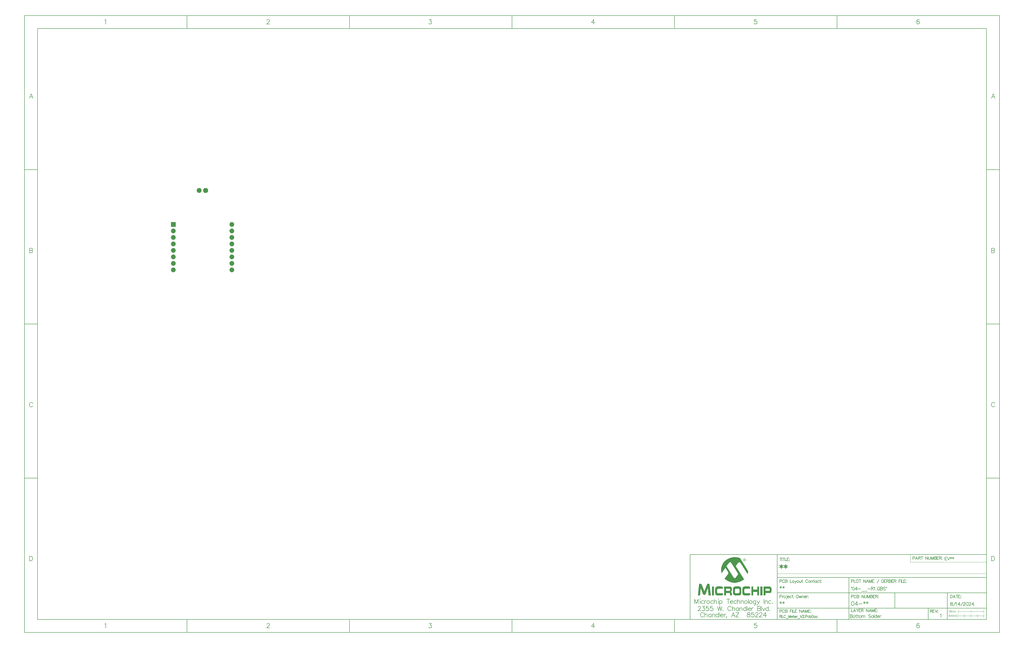
<source format=gbs>
G04*
G04 #@! TF.GenerationSoftware,Altium Limited,Altium Designer,24.4.1 (13)*
G04*
G04 Layer_Color=16711935*
%FSLAX43Y43*%
%MOMM*%
G71*
G04*
G04 #@! TF.SameCoordinates,2DE5EF95-E663-491B-9A70-27DC17531A01*
G04*
G04*
G04 #@! TF.FilePolarity,Negative*
G04*
G01*
G75*
%ADD10C,0.200*%
%ADD13C,0.178*%
%ADD14C,0.150*%
%ADD15C,0.100*%
%ADD16C,0.127*%
%ADD17C,0.180*%
%ADD18C,0.350*%
%ADD35R,1.851X1.851*%
%ADD36C,1.851*%
G04:AMPARAMS|DCode=37|XSize=1.9mm|YSize=1.9mm|CornerRadius=0mm|HoleSize=0mm|Usage=FLASHONLY|Rotation=180.000|XOffset=0mm|YOffset=0mm|HoleType=Round|Shape=Octagon|*
%AMOCTAGOND37*
4,1,8,-0.950,0.475,-0.950,-0.475,-0.475,-0.950,0.475,-0.950,0.950,-0.475,0.950,0.475,0.475,0.950,-0.475,0.950,-0.950,0.475,0.0*
%
%ADD37OCTAGOND37*%

%ADD38C,1.900*%
G36*
X224613Y-109042D02*
X224697Y-109070D01*
X224810Y-109112D01*
X224909Y-109169D01*
X224994Y-109267D01*
X225050Y-109408D01*
X225078Y-109578D01*
X225078Y-109606D01*
X225064Y-109662D01*
X225050Y-109761D01*
X225008Y-109860D01*
X224951Y-109973D01*
X224852Y-110058D01*
X224711Y-110128D01*
X224528Y-110156D01*
X224486Y-110156D01*
X224443Y-110142D01*
X224387Y-110128D01*
X224246Y-110086D01*
X224175Y-110043D01*
X224105Y-109987D01*
X224105Y-109973D01*
X224076Y-109959D01*
X224020Y-109874D01*
X223964Y-109747D01*
X223949Y-109662D01*
X223935Y-109578D01*
X223935Y-109564D01*
X223935Y-109535D01*
X223949Y-109493D01*
X223964Y-109451D01*
X224020Y-109324D01*
X224062Y-109253D01*
X224119Y-109197D01*
X224133Y-109183D01*
X224147Y-109169D01*
X224232Y-109112D01*
X224359Y-109056D01*
X224443Y-109028D01*
X224556Y-109028D01*
X224613Y-109042D01*
X224613Y-109042D02*
G37*
G36*
X221001Y-108548D02*
X221113Y-108562D01*
X221255Y-108562D01*
X221396Y-108590D01*
X221720Y-108632D01*
X222073Y-108717D01*
X222426Y-108816D01*
X222778Y-108957D01*
X225939Y-113994D01*
X225939Y-114008D01*
X225939Y-114036D01*
X225925Y-114093D01*
X225925Y-114149D01*
X225911Y-114234D01*
X225897Y-114333D01*
X225854Y-114544D01*
X225854Y-114559D01*
X225840Y-114601D01*
X225826Y-114657D01*
X225812Y-114728D01*
X225784Y-114827D01*
X225756Y-114925D01*
X225685Y-115165D01*
X222934Y-110862D01*
X222919Y-110848D01*
X222905Y-110805D01*
X222849Y-110749D01*
X222792Y-110692D01*
X222722Y-110636D01*
X222637Y-110580D01*
X222553Y-110537D01*
X222440Y-110523D01*
X222397Y-110523D01*
X222355Y-110537D01*
X222299Y-110565D01*
X222228Y-110608D01*
X222143Y-110664D01*
X222073Y-110735D01*
X221988Y-110848D01*
X221071Y-112103D01*
X224302Y-117197D01*
X224288Y-117211D01*
X224232Y-117253D01*
X224147Y-117324D01*
X224034Y-117409D01*
X223879Y-117522D01*
X223695Y-117634D01*
X223498Y-117761D01*
X223258Y-117888D01*
X223004Y-118015D01*
X222708Y-118142D01*
X222412Y-118255D01*
X222073Y-118368D01*
X221720Y-118453D01*
X221353Y-118523D01*
X220972Y-118566D01*
X220563Y-118580D01*
X220464Y-118580D01*
X220352Y-118566D01*
X220196Y-118552D01*
X219999Y-118523D01*
X219773Y-118495D01*
X219533Y-118439D01*
X219251Y-118368D01*
X218969Y-118283D01*
X218658Y-118171D01*
X218334Y-118044D01*
X218009Y-117888D01*
X217685Y-117691D01*
X217360Y-117479D01*
X217050Y-117225D01*
X216739Y-116929D01*
X218108Y-115038D01*
X218122Y-115024D01*
X218136Y-114968D01*
X218165Y-114883D01*
X218179Y-114812D01*
X218193Y-114728D01*
X218193Y-114700D01*
X218179Y-114629D01*
X218136Y-114502D01*
X218052Y-114347D01*
X217036Y-112752D01*
X215526Y-114855D01*
X215526Y-114841D01*
X215512Y-114827D01*
X215498Y-114742D01*
X215470Y-114615D01*
X215441Y-114446D01*
X215399Y-114234D01*
X215371Y-114008D01*
X215357Y-113740D01*
X215343Y-113472D01*
X215343Y-113444D01*
X215343Y-113387D01*
X215357Y-113275D01*
X215371Y-113148D01*
X215385Y-112978D01*
X215413Y-112781D01*
X215470Y-112555D01*
X215526Y-112315D01*
X215597Y-112061D01*
X215695Y-111779D01*
X215822Y-111497D01*
X215949Y-111215D01*
X216119Y-110932D01*
X216316Y-110636D01*
X216542Y-110354D01*
X216796Y-110086D01*
X216810Y-110072D01*
X216866Y-110015D01*
X216951Y-109945D01*
X217078Y-109846D01*
X217233Y-109719D01*
X217417Y-109592D01*
X217628Y-109451D01*
X217868Y-109310D01*
X218136Y-109169D01*
X218433Y-109028D01*
X218757Y-108886D01*
X219096Y-108774D01*
X219463Y-108675D01*
X219858Y-108604D01*
X220267Y-108548D01*
X220704Y-108534D01*
X220902Y-108534D01*
X221001Y-108548D01*
X221001Y-108548D02*
G37*
G36*
X226249Y-120005D02*
X226320Y-120019D01*
X226376Y-120033D01*
X226390Y-120033D01*
X226419Y-120047D01*
X226517Y-120090D01*
X226574Y-120146D01*
X226616Y-120202D01*
X226659Y-120273D01*
X226687Y-120372D01*
X226687Y-120386D01*
X226701Y-120400D01*
X226701Y-120442D01*
X226715Y-120513D01*
X226715Y-120583D01*
X226729Y-120682D01*
X226729Y-120795D01*
X226729Y-120922D01*
X224838Y-120880D01*
X224824Y-120880D01*
X224768Y-120894D01*
X224697Y-120908D01*
X224627Y-120964D01*
X224542Y-121035D01*
X224472Y-121162D01*
X224443Y-121247D01*
X224415Y-121345D01*
X224401Y-121444D01*
X224401Y-121571D01*
X224401Y-121952D01*
X224401Y-121966D01*
X224401Y-121980D01*
X224415Y-122065D01*
X224429Y-122164D01*
X224457Y-122291D01*
X224500Y-122418D01*
X224584Y-122531D01*
X224683Y-122615D01*
X224754Y-122629D01*
X224824Y-122643D01*
X226757Y-122643D01*
X226757Y-122672D01*
X226757Y-122728D01*
X226757Y-122827D01*
X226743Y-122940D01*
X226729Y-123053D01*
X226715Y-123165D01*
X226687Y-123264D01*
X226644Y-123335D01*
X226644Y-123349D01*
X226616Y-123363D01*
X226574Y-123391D01*
X226517Y-123419D01*
X226433Y-123462D01*
X226320Y-123490D01*
X226179Y-123504D01*
X226009Y-123518D01*
X224599Y-123518D01*
X224486Y-123504D01*
X224345Y-123476D01*
X224203Y-123434D01*
X224048Y-123363D01*
X223921Y-123278D01*
X223822Y-123151D01*
X223822Y-123137D01*
X223794Y-123095D01*
X223766Y-123024D01*
X223738Y-122940D01*
X223710Y-122813D01*
X223681Y-122672D01*
X223667Y-122488D01*
X223653Y-122291D01*
X223653Y-121247D01*
X223653Y-121232D01*
X223653Y-121204D01*
X223653Y-121162D01*
X223667Y-121105D01*
X223681Y-120964D01*
X223710Y-120781D01*
X223752Y-120597D01*
X223837Y-120414D01*
X223935Y-120259D01*
X224006Y-120188D01*
X224076Y-120132D01*
X224091Y-120132D01*
X224119Y-120104D01*
X224161Y-120090D01*
X224232Y-120061D01*
X224316Y-120033D01*
X224429Y-120019D01*
X224556Y-119991D01*
X226080Y-119991D01*
X226249Y-120005D01*
X226249Y-120005D02*
G37*
G36*
X230172Y-123490D02*
X229452Y-123490D01*
X229452Y-122178D01*
X227886Y-122178D01*
X227886Y-123490D01*
X227209Y-123490D01*
X227209Y-120033D01*
X227886Y-120033D01*
X227886Y-121247D01*
X229452Y-121247D01*
X229452Y-120033D01*
X230172Y-120033D01*
X230172Y-123490D01*
X230172Y-123490D02*
G37*
G36*
X210475Y-118904D02*
X210545Y-118918D01*
X210630Y-118961D01*
X210700Y-119017D01*
X210771Y-119116D01*
X210842Y-119243D01*
X210870Y-119426D01*
X211335Y-123490D01*
X210461Y-123490D01*
X210221Y-120569D01*
X210207Y-120569D01*
X209318Y-122911D01*
X209318Y-122926D01*
X209290Y-122968D01*
X209247Y-123038D01*
X209191Y-123109D01*
X209120Y-123180D01*
X209036Y-123250D01*
X208937Y-123292D01*
X208810Y-123307D01*
X208753Y-123307D01*
X208683Y-123278D01*
X208598Y-123250D01*
X208499Y-123208D01*
X208415Y-123137D01*
X208344Y-123038D01*
X208274Y-122911D01*
X207385Y-120612D01*
X207371Y-120612D01*
X207117Y-123490D01*
X206270Y-123490D01*
X206707Y-119384D01*
X206707Y-119356D01*
X206722Y-119299D01*
X206750Y-119229D01*
X206792Y-119130D01*
X206849Y-119045D01*
X206933Y-118961D01*
X207046Y-118904D01*
X207173Y-118890D01*
X207244Y-118890D01*
X207328Y-118918D01*
X207427Y-118947D01*
X207526Y-119003D01*
X207639Y-119088D01*
X207723Y-119201D01*
X207808Y-119356D01*
X208796Y-121867D01*
X208810Y-121867D01*
X209797Y-119356D01*
X209812Y-119342D01*
X209826Y-119285D01*
X209882Y-119215D01*
X209939Y-119116D01*
X210023Y-119031D01*
X210136Y-118961D01*
X210263Y-118904D01*
X210418Y-118890D01*
X210432Y-118890D01*
X210475Y-118904D01*
X210475Y-118904D02*
G37*
G36*
X234306Y-120047D02*
X234419Y-120061D01*
X234546Y-120104D01*
X234687Y-120174D01*
X234814Y-120273D01*
X234927Y-120414D01*
X235011Y-120612D01*
X235011Y-120626D01*
X235026Y-120654D01*
X235026Y-120710D01*
X235040Y-120781D01*
X235054Y-120866D01*
X235054Y-120964D01*
X235068Y-121091D01*
X235068Y-121218D01*
X235068Y-121486D01*
X235068Y-121515D01*
X235068Y-121585D01*
X235054Y-121698D01*
X235040Y-121825D01*
X235011Y-121980D01*
X234983Y-122135D01*
X234927Y-122262D01*
X234856Y-122389D01*
X234856Y-122404D01*
X234828Y-122418D01*
X234786Y-122460D01*
X234743Y-122502D01*
X234673Y-122545D01*
X234588Y-122573D01*
X234504Y-122601D01*
X234391Y-122615D01*
X232669Y-122615D01*
X232669Y-123490D01*
X231964Y-123490D01*
X231964Y-120033D01*
X234235Y-120033D01*
X234306Y-120047D01*
X234306Y-120047D02*
G37*
G36*
X231498Y-123490D02*
X230680Y-123490D01*
X230680Y-120033D01*
X231498Y-120033D01*
X231498Y-123490D01*
X231498Y-123490D02*
G37*
G36*
X218997Y-120047D02*
X219110Y-120090D01*
X219237Y-120160D01*
X219293Y-120217D01*
X219364Y-120287D01*
X219420Y-120372D01*
X219463Y-120470D01*
X219519Y-120583D01*
X219547Y-120724D01*
X219561Y-120880D01*
X219575Y-121063D01*
X219575Y-121275D01*
X219575Y-121289D01*
X219575Y-121303D01*
X219575Y-121388D01*
X219561Y-121515D01*
X219533Y-121656D01*
X219477Y-121797D01*
X219406Y-121938D01*
X219307Y-122051D01*
X219180Y-122135D01*
X219180Y-122150D01*
X219195Y-122150D01*
X219237Y-122178D01*
X219307Y-122220D01*
X219378Y-122291D01*
X219448Y-122389D01*
X219519Y-122516D01*
X219561Y-122686D01*
X219575Y-122911D01*
X219575Y-123490D01*
X218842Y-123490D01*
X218842Y-123081D01*
X218842Y-123067D01*
X218842Y-123038D01*
X218842Y-122982D01*
X218842Y-122926D01*
X218828Y-122813D01*
X218828Y-122756D01*
X218814Y-122714D01*
X218799Y-122700D01*
X218757Y-122643D01*
X218687Y-122601D01*
X218560Y-122587D01*
X217276Y-122587D01*
X217276Y-123490D01*
X216542Y-123490D01*
X216542Y-120033D01*
X218912Y-120033D01*
X218997Y-120047D01*
X218997Y-120047D02*
G37*
G36*
X212577Y-123490D02*
X211773Y-123490D01*
X211773Y-120033D01*
X212577Y-120033D01*
X212577Y-123490D01*
X212577Y-123490D02*
G37*
G36*
X222426Y-120005D02*
X222553Y-120033D01*
X222680Y-120061D01*
X222821Y-120118D01*
X222934Y-120202D01*
X223032Y-120301D01*
X223046Y-120315D01*
X223075Y-120358D01*
X223103Y-120428D01*
X223145Y-120527D01*
X223188Y-120668D01*
X223230Y-120823D01*
X223244Y-121007D01*
X223258Y-121232D01*
X223258Y-122277D01*
X223258Y-122291D01*
X223258Y-122319D01*
X223258Y-122361D01*
X223244Y-122432D01*
X223230Y-122587D01*
X223202Y-122784D01*
X223131Y-122982D01*
X223046Y-123180D01*
X222919Y-123335D01*
X222835Y-123405D01*
X222750Y-123448D01*
X222736Y-123448D01*
X222708Y-123462D01*
X222665Y-123476D01*
X222609Y-123476D01*
X222538Y-123490D01*
X222454Y-123504D01*
X222228Y-123518D01*
X220958Y-123518D01*
X220845Y-123504D01*
X220718Y-123476D01*
X220577Y-123434D01*
X220436Y-123377D01*
X220309Y-123292D01*
X220196Y-123180D01*
X220182Y-123165D01*
X220168Y-123123D01*
X220140Y-123053D01*
X220112Y-122954D01*
X220069Y-122841D01*
X220041Y-122686D01*
X220027Y-122488D01*
X220013Y-122277D01*
X220013Y-121232D01*
X220013Y-121218D01*
X220013Y-121190D01*
X220013Y-121134D01*
X220027Y-121063D01*
X220041Y-120894D01*
X220083Y-120696D01*
X220154Y-120485D01*
X220267Y-120301D01*
X220337Y-120217D01*
X220408Y-120146D01*
X220507Y-120090D01*
X220605Y-120047D01*
X220620Y-120047D01*
X220634Y-120033D01*
X220676Y-120033D01*
X220732Y-120019D01*
X220874Y-120005D01*
X221057Y-119991D01*
X222327Y-119991D01*
X222426Y-120005D01*
X222426Y-120005D02*
G37*
G36*
X215357Y-120005D02*
X215526Y-120005D01*
X215681Y-120019D01*
X215808Y-120047D01*
X215851Y-120061D01*
X215879Y-120075D01*
X215893Y-120075D01*
X215907Y-120104D01*
X215935Y-120146D01*
X215977Y-120217D01*
X216020Y-120315D01*
X216048Y-120456D01*
X216062Y-120640D01*
X216076Y-120880D01*
X214171Y-120880D01*
X214087Y-120894D01*
X213988Y-120936D01*
X213889Y-121021D01*
X213875Y-121049D01*
X213861Y-121077D01*
X213833Y-121134D01*
X213819Y-121204D01*
X213790Y-121303D01*
X213776Y-121430D01*
X213776Y-121571D01*
X213776Y-121952D01*
X213776Y-121966D01*
X213776Y-122023D01*
X213776Y-122093D01*
X213790Y-122164D01*
X213805Y-122347D01*
X213819Y-122418D01*
X213833Y-122474D01*
X213847Y-122502D01*
X213903Y-122559D01*
X213960Y-122587D01*
X214016Y-122615D01*
X214101Y-122629D01*
X214186Y-122643D01*
X216119Y-122643D01*
X216119Y-122672D01*
X216119Y-122728D01*
X216119Y-122813D01*
X216104Y-122911D01*
X216076Y-123137D01*
X216048Y-123236D01*
X216020Y-123307D01*
X216020Y-123321D01*
X215992Y-123335D01*
X215949Y-123377D01*
X215893Y-123405D01*
X215794Y-123448D01*
X215681Y-123490D01*
X215540Y-123504D01*
X215371Y-123518D01*
X213974Y-123518D01*
X213875Y-123504D01*
X213748Y-123476D01*
X213607Y-123448D01*
X213466Y-123405D01*
X213339Y-123335D01*
X213240Y-123236D01*
X213226Y-123222D01*
X213212Y-123180D01*
X213170Y-123109D01*
X213127Y-123010D01*
X213085Y-122883D01*
X213057Y-122714D01*
X213029Y-122516D01*
X213014Y-122277D01*
X213014Y-121232D01*
X213014Y-121218D01*
X213014Y-121190D01*
X213014Y-121134D01*
X213029Y-121063D01*
X213057Y-120880D01*
X213099Y-120668D01*
X213184Y-120456D01*
X213311Y-120259D01*
X213395Y-120174D01*
X213494Y-120104D01*
X213593Y-120047D01*
X213720Y-120019D01*
X213748Y-120019D01*
X213819Y-120005D01*
X213932Y-119991D01*
X215187Y-119991D01*
X215357Y-120005D01*
X215357Y-120005D02*
G37*
%LPC*%
G36*
X224528Y-109126D02*
X224457Y-109126D01*
X224373Y-109155D01*
X224288Y-109183D01*
X224189Y-109239D01*
X224119Y-109310D01*
X224062Y-109423D01*
X224034Y-109578D01*
X224034Y-109592D01*
X224034Y-109606D01*
X224048Y-109691D01*
X224091Y-109804D01*
X224175Y-109931D01*
X224203Y-109959D01*
X224274Y-110001D01*
X224387Y-110043D01*
X224528Y-110072D01*
X224542Y-110072D01*
X224599Y-110058D01*
X224669Y-110043D01*
X224768Y-110015D01*
X224852Y-109945D01*
X224923Y-109860D01*
X224979Y-109747D01*
X224994Y-109578D01*
X224994Y-109564D01*
X224994Y-109507D01*
X224965Y-109437D01*
X224937Y-109352D01*
X224881Y-109267D01*
X224796Y-109197D01*
X224683Y-109140D01*
X224528Y-109126D01*
X224528Y-109126D02*
G37*
%LPD*%
G36*
X224655Y-109282D02*
X224726Y-109338D01*
X224754Y-109380D01*
X224768Y-109451D01*
X224768Y-109465D01*
X224768Y-109479D01*
X224754Y-109550D01*
X224697Y-109606D01*
X224655Y-109634D01*
X224599Y-109648D01*
X224782Y-109931D01*
X224669Y-109931D01*
X224500Y-109648D01*
X224387Y-109648D01*
X224387Y-109931D01*
X224288Y-109931D01*
X224288Y-109253D01*
X224570Y-109253D01*
X224655Y-109282D01*
X224655Y-109282D02*
G37*
%LPC*%
G36*
X224556Y-109352D02*
X224387Y-109352D01*
X224387Y-109564D01*
X224570Y-109564D01*
X224613Y-109550D01*
X224641Y-109521D01*
X224655Y-109451D01*
X224655Y-109437D01*
X224641Y-109394D01*
X224613Y-109366D01*
X224556Y-109352D01*
X224556Y-109352D02*
G37*
G36*
X218870Y-110509D02*
X218828Y-110509D01*
X218771Y-110523D01*
X218715Y-110551D01*
X218644Y-110594D01*
X218560Y-110650D01*
X218475Y-110721D01*
X218390Y-110834D01*
X217501Y-112089D01*
X220196Y-116365D01*
X220210Y-116379D01*
X220239Y-116421D01*
X220281Y-116492D01*
X220337Y-116548D01*
X220408Y-116619D01*
X220493Y-116689D01*
X220563Y-116731D01*
X220648Y-116746D01*
X220690Y-116746D01*
X220747Y-116731D01*
X220803Y-116703D01*
X220874Y-116675D01*
X220958Y-116633D01*
X221043Y-116562D01*
X221113Y-116463D01*
X222059Y-115109D01*
X219350Y-110848D01*
X219336Y-110834D01*
X219307Y-110791D01*
X219265Y-110735D01*
X219209Y-110678D01*
X219138Y-110622D01*
X219053Y-110565D01*
X218969Y-110523D01*
X218870Y-110509D01*
X218870Y-110509D02*
G37*
G36*
X234038Y-120866D02*
X232669Y-120866D01*
X232669Y-121740D01*
X234123Y-121740D01*
X234151Y-121726D01*
X234193Y-121698D01*
X234235Y-121656D01*
X234278Y-121585D01*
X234292Y-121501D01*
X234306Y-121388D01*
X234306Y-121247D01*
X234306Y-121232D01*
X234306Y-121190D01*
X234292Y-121120D01*
X234278Y-121049D01*
X234235Y-120993D01*
X234193Y-120922D01*
X234123Y-120880D01*
X234038Y-120866D01*
X234038Y-120866D02*
G37*
G36*
X218531Y-120866D02*
X217276Y-120866D01*
X217276Y-121726D01*
X218644Y-121726D01*
X218687Y-121712D01*
X218743Y-121684D01*
X218799Y-121642D01*
X218842Y-121571D01*
X218870Y-121486D01*
X218884Y-121359D01*
X218884Y-121247D01*
X218884Y-121232D01*
X218884Y-121190D01*
X218870Y-121120D01*
X218842Y-121049D01*
X218799Y-120993D01*
X218729Y-120922D01*
X218644Y-120880D01*
X218531Y-120866D01*
X218531Y-120866D02*
G37*
G36*
X222129Y-120866D02*
X221170Y-120866D01*
X221085Y-120880D01*
X220972Y-120936D01*
X220916Y-120964D01*
X220874Y-121021D01*
X220859Y-121049D01*
X220845Y-121091D01*
X220817Y-121148D01*
X220803Y-121218D01*
X220775Y-121317D01*
X220761Y-121430D01*
X220761Y-121571D01*
X220761Y-121952D01*
X220761Y-121966D01*
X220761Y-122023D01*
X220761Y-122079D01*
X220775Y-122164D01*
X220789Y-122347D01*
X220803Y-122432D01*
X220831Y-122502D01*
X220845Y-122531D01*
X220902Y-122573D01*
X221001Y-122615D01*
X221071Y-122643D01*
X222101Y-122643D01*
X222158Y-122629D01*
X222228Y-122601D01*
X222313Y-122559D01*
X222397Y-122474D01*
X222468Y-122347D01*
X222496Y-122277D01*
X222524Y-122178D01*
X222538Y-122079D01*
X222538Y-121952D01*
X222538Y-121571D01*
X222538Y-121557D01*
X222538Y-121501D01*
X222538Y-121444D01*
X222524Y-121359D01*
X222482Y-121176D01*
X222440Y-121091D01*
X222397Y-121021D01*
X222397Y-121007D01*
X222369Y-120993D01*
X222299Y-120936D01*
X222200Y-120894D01*
X222129Y-120866D01*
X222129Y-120866D02*
G37*
%LPD*%
D10*
X303544Y-108490D02*
X302770Y-108490D01*
X302770Y-109740D01*
X303544Y-109740D01*
X302770Y-109085D02*
X303246Y-109085D01*
X303752Y-108490D02*
X304228Y-109740D01*
X304704Y-108490D02*
X304228Y-109740D01*
X305162Y-108490D02*
X305162Y-109204D01*
X304865Y-108669D02*
X305460Y-109026D01*
X305460Y-108669D02*
X304865Y-109026D01*
X306013Y-108490D02*
X306013Y-109204D01*
X305716Y-108669D02*
X306311Y-109026D01*
X306311Y-108669D02*
X305716Y-109026D01*
D13*
X300948Y-131051D02*
X301067Y-130991D01*
X301245Y-130813D01*
X301245Y-132062D01*
X238651Y-119890D02*
X238651Y-120804D01*
X238270Y-120119D02*
X239032Y-120576D01*
X239032Y-120119D02*
X238270Y-120576D01*
X239740Y-119890D02*
X239740Y-120804D01*
X239359Y-120119D02*
X240121Y-120576D01*
X240121Y-120119D02*
X239359Y-120576D01*
X208540Y-130636D02*
X208455Y-130466D01*
X208286Y-130297D01*
X208117Y-130212D01*
X207778Y-130212D01*
X207609Y-130297D01*
X207439Y-130466D01*
X207355Y-130636D01*
X207270Y-130890D01*
X207270Y-131313D01*
X207355Y-131567D01*
X207439Y-131736D01*
X207609Y-131905D01*
X207778Y-131990D01*
X208117Y-131990D01*
X208286Y-131905D01*
X208455Y-131736D01*
X208540Y-131567D01*
X209039Y-130212D02*
X209039Y-131990D01*
X209039Y-131143D02*
X209293Y-130890D01*
X209462Y-130805D01*
X209716Y-130805D01*
X209886Y-130890D01*
X209970Y-131143D01*
X209970Y-131990D01*
X211452Y-130805D02*
X211452Y-131990D01*
X211452Y-131059D02*
X211282Y-130890D01*
X211113Y-130805D01*
X210859Y-130805D01*
X210690Y-130890D01*
X210521Y-131059D01*
X210436Y-131313D01*
X210436Y-131482D01*
X210521Y-131736D01*
X210690Y-131905D01*
X210859Y-131990D01*
X211113Y-131990D01*
X211282Y-131905D01*
X211452Y-131736D01*
X211926Y-130805D02*
X211926Y-131990D01*
X211926Y-131143D02*
X212180Y-130890D01*
X212349Y-130805D01*
X212603Y-130805D01*
X212772Y-130890D01*
X212857Y-131143D01*
X212857Y-131990D01*
X214338Y-130212D02*
X214338Y-131990D01*
X214338Y-131059D02*
X214169Y-130890D01*
X214000Y-130805D01*
X213746Y-130805D01*
X213576Y-130890D01*
X213407Y-131059D01*
X213322Y-131313D01*
X213322Y-131482D01*
X213407Y-131736D01*
X213576Y-131905D01*
X213746Y-131990D01*
X214000Y-131990D01*
X214169Y-131905D01*
X214338Y-131736D01*
X214812Y-130212D02*
X214812Y-131990D01*
X215185Y-131313D02*
X216200Y-131313D01*
X216200Y-131143D01*
X216116Y-130974D01*
X216031Y-130890D01*
X215862Y-130805D01*
X215608Y-130805D01*
X215439Y-130890D01*
X215269Y-131059D01*
X215185Y-131313D01*
X215185Y-131482D01*
X215269Y-131736D01*
X215439Y-131905D01*
X215608Y-131990D01*
X215862Y-131990D01*
X216031Y-131905D01*
X216200Y-131736D01*
X216581Y-130805D02*
X216581Y-131990D01*
X216581Y-131313D02*
X216666Y-131059D01*
X216835Y-130890D01*
X217005Y-130805D01*
X217259Y-130805D01*
X217589Y-131905D02*
X217504Y-131990D01*
X217419Y-131905D01*
X217504Y-131821D01*
X217589Y-131905D01*
X217589Y-132075D01*
X217504Y-132244D01*
X217419Y-132329D01*
X220729Y-131990D02*
X220052Y-130212D01*
X219375Y-131990D01*
X219629Y-131397D02*
X220475Y-131397D01*
X222329Y-130212D02*
X221144Y-131990D01*
X221144Y-130212D02*
X222329Y-130212D01*
X221144Y-131990D02*
X222329Y-131990D01*
X225943Y-130212D02*
X225690Y-130297D01*
X225605Y-130466D01*
X225605Y-130636D01*
X225690Y-130805D01*
X225859Y-130890D01*
X226197Y-130974D01*
X226451Y-131059D01*
X226621Y-131228D01*
X226705Y-131397D01*
X226705Y-131651D01*
X226621Y-131821D01*
X226536Y-131905D01*
X226282Y-131990D01*
X225943Y-131990D01*
X225690Y-131905D01*
X225605Y-131821D01*
X225520Y-131651D01*
X225520Y-131397D01*
X225605Y-131228D01*
X225774Y-131059D01*
X226028Y-130974D01*
X226367Y-130890D01*
X226536Y-130805D01*
X226621Y-130636D01*
X226621Y-130466D01*
X226536Y-130297D01*
X226282Y-130212D01*
X225943Y-130212D01*
X228119Y-130212D02*
X227272Y-130212D01*
X227188Y-130974D01*
X227272Y-130890D01*
X227526Y-130805D01*
X227780Y-130805D01*
X228034Y-130890D01*
X228204Y-131059D01*
X228288Y-131313D01*
X228288Y-131482D01*
X228204Y-131736D01*
X228034Y-131905D01*
X227780Y-131990D01*
X227526Y-131990D01*
X227272Y-131905D01*
X227188Y-131821D01*
X227103Y-131651D01*
X228771Y-130636D02*
X228771Y-130551D01*
X228855Y-130382D01*
X228940Y-130297D01*
X229109Y-130212D01*
X229448Y-130212D01*
X229617Y-130297D01*
X229702Y-130382D01*
X229787Y-130551D01*
X229787Y-130720D01*
X229702Y-130890D01*
X229533Y-131143D01*
X228686Y-131990D01*
X229871Y-131990D01*
X230354Y-130636D02*
X230354Y-130551D01*
X230438Y-130382D01*
X230523Y-130297D01*
X230692Y-130212D01*
X231031Y-130212D01*
X231200Y-130297D01*
X231285Y-130382D01*
X231369Y-130551D01*
X231369Y-130720D01*
X231285Y-130890D01*
X231116Y-131143D01*
X230269Y-131990D01*
X231454Y-131990D01*
X232698Y-130212D02*
X231852Y-131397D01*
X233122Y-131397D01*
X232698Y-130212D02*
X232698Y-131990D01*
X206355Y-128136D02*
X206355Y-128051D01*
X206439Y-127882D01*
X206524Y-127797D01*
X206693Y-127712D01*
X207032Y-127712D01*
X207201Y-127797D01*
X207286Y-127882D01*
X207370Y-128051D01*
X207370Y-128220D01*
X207286Y-128390D01*
X207117Y-128643D01*
X206270Y-129490D01*
X207455Y-129490D01*
X208022Y-127712D02*
X208953Y-127712D01*
X208445Y-128390D01*
X208699Y-128390D01*
X208869Y-128474D01*
X208953Y-128559D01*
X209038Y-128813D01*
X209038Y-128982D01*
X208953Y-129236D01*
X208784Y-129405D01*
X208530Y-129490D01*
X208276Y-129490D01*
X208022Y-129405D01*
X207938Y-129321D01*
X207853Y-129151D01*
X210452Y-127712D02*
X209605Y-127712D01*
X209521Y-128474D01*
X209605Y-128390D01*
X209859Y-128305D01*
X210113Y-128305D01*
X210367Y-128390D01*
X210536Y-128559D01*
X210621Y-128813D01*
X210621Y-128982D01*
X210536Y-129236D01*
X210367Y-129405D01*
X210113Y-129490D01*
X209859Y-129490D01*
X209605Y-129405D01*
X209521Y-129321D01*
X209436Y-129151D01*
X212035Y-127712D02*
X211188Y-127712D01*
X211103Y-128474D01*
X211188Y-128390D01*
X211442Y-128305D01*
X211696Y-128305D01*
X211950Y-128390D01*
X212119Y-128559D01*
X212204Y-128813D01*
X212204Y-128982D01*
X212119Y-129236D01*
X211950Y-129405D01*
X211696Y-129490D01*
X211442Y-129490D01*
X211188Y-129405D01*
X211103Y-129321D01*
X211019Y-129151D01*
X213998Y-127712D02*
X214422Y-129490D01*
X214845Y-127712D02*
X214422Y-129490D01*
X214845Y-127712D02*
X215268Y-129490D01*
X215691Y-127712D02*
X215268Y-129490D01*
X216132Y-129321D02*
X216047Y-129405D01*
X216132Y-129490D01*
X216216Y-129405D01*
X216132Y-129321D01*
X219272Y-128136D02*
X219187Y-127966D01*
X219018Y-127797D01*
X218849Y-127712D01*
X218510Y-127712D01*
X218341Y-127797D01*
X218172Y-127966D01*
X218087Y-128136D01*
X218002Y-128390D01*
X218002Y-128813D01*
X218087Y-129067D01*
X218172Y-129236D01*
X218341Y-129405D01*
X218510Y-129490D01*
X218849Y-129490D01*
X219018Y-129405D01*
X219187Y-129236D01*
X219272Y-129067D01*
X219771Y-127712D02*
X219771Y-129490D01*
X219771Y-128643D02*
X220025Y-128390D01*
X220195Y-128305D01*
X220449Y-128305D01*
X220618Y-128390D01*
X220703Y-128643D01*
X220703Y-129490D01*
X222184Y-128305D02*
X222184Y-129490D01*
X222184Y-128559D02*
X222015Y-128390D01*
X221845Y-128305D01*
X221591Y-128305D01*
X221422Y-128390D01*
X221253Y-128559D01*
X221168Y-128813D01*
X221168Y-128982D01*
X221253Y-129236D01*
X221422Y-129405D01*
X221591Y-129490D01*
X221845Y-129490D01*
X222015Y-129405D01*
X222184Y-129236D01*
X222658Y-128305D02*
X222658Y-129490D01*
X222658Y-128643D02*
X222912Y-128390D01*
X223081Y-128305D01*
X223335Y-128305D01*
X223504Y-128390D01*
X223589Y-128643D01*
X223589Y-129490D01*
X225070Y-127712D02*
X225070Y-129490D01*
X225070Y-128559D02*
X224901Y-128390D01*
X224732Y-128305D01*
X224478Y-128305D01*
X224309Y-128390D01*
X224139Y-128559D01*
X224055Y-128813D01*
X224055Y-128982D01*
X224139Y-129236D01*
X224309Y-129405D01*
X224478Y-129490D01*
X224732Y-129490D01*
X224901Y-129405D01*
X225070Y-129236D01*
X225544Y-127712D02*
X225544Y-129490D01*
X225917Y-128813D02*
X226933Y-128813D01*
X226933Y-128643D01*
X226848Y-128474D01*
X226763Y-128390D01*
X226594Y-128305D01*
X226340Y-128305D01*
X226171Y-128390D01*
X226002Y-128559D01*
X225917Y-128813D01*
X225917Y-128982D01*
X226002Y-129236D01*
X226171Y-129405D01*
X226340Y-129490D01*
X226594Y-129490D01*
X226763Y-129405D01*
X226933Y-129236D01*
X227314Y-128305D02*
X227314Y-129490D01*
X227314Y-128813D02*
X227398Y-128559D01*
X227568Y-128390D01*
X227737Y-128305D01*
X227991Y-128305D01*
X229548Y-127712D02*
X229548Y-129490D01*
X229548Y-127712D02*
X230310Y-127712D01*
X230564Y-127797D01*
X230649Y-127882D01*
X230733Y-128051D01*
X230733Y-128220D01*
X230649Y-128390D01*
X230564Y-128474D01*
X230310Y-128559D01*
X229548Y-128559D02*
X230310Y-128559D01*
X230564Y-128643D01*
X230649Y-128728D01*
X230733Y-128897D01*
X230733Y-129151D01*
X230649Y-129321D01*
X230564Y-129405D01*
X230310Y-129490D01*
X229548Y-129490D01*
X231131Y-127712D02*
X231131Y-129490D01*
X231504Y-128305D02*
X232012Y-129490D01*
X232520Y-128305D02*
X232012Y-129490D01*
X233823Y-127712D02*
X233823Y-129490D01*
X233823Y-128559D02*
X233654Y-128390D01*
X233485Y-128305D01*
X233231Y-128305D01*
X233061Y-128390D01*
X232892Y-128559D01*
X232807Y-128813D01*
X232807Y-128982D01*
X232892Y-129236D01*
X233061Y-129405D01*
X233231Y-129490D01*
X233485Y-129490D01*
X233654Y-129405D01*
X233823Y-129236D01*
X234382Y-129321D02*
X234297Y-129405D01*
X234382Y-129490D01*
X234466Y-129405D01*
X234382Y-129321D01*
X205040Y-124972D02*
X205040Y-126750D01*
X205040Y-124972D02*
X205717Y-126750D01*
X206394Y-124972D02*
X205717Y-126750D01*
X206394Y-124972D02*
X206394Y-126750D01*
X207072Y-124972D02*
X207156Y-125057D01*
X207241Y-124972D01*
X207156Y-124888D01*
X207072Y-124972D01*
X207156Y-125565D02*
X207156Y-126750D01*
X208570Y-125819D02*
X208401Y-125650D01*
X208231Y-125565D01*
X207977Y-125565D01*
X207808Y-125650D01*
X207639Y-125819D01*
X207554Y-126073D01*
X207554Y-126242D01*
X207639Y-126496D01*
X207808Y-126665D01*
X207977Y-126750D01*
X208231Y-126750D01*
X208401Y-126665D01*
X208570Y-126496D01*
X208951Y-125565D02*
X208951Y-126750D01*
X208951Y-126073D02*
X209035Y-125819D01*
X209205Y-125650D01*
X209374Y-125565D01*
X209628Y-125565D01*
X210212Y-125565D02*
X210043Y-125650D01*
X209873Y-125819D01*
X209789Y-126073D01*
X209789Y-126242D01*
X209873Y-126496D01*
X210043Y-126665D01*
X210212Y-126750D01*
X210466Y-126750D01*
X210635Y-126665D01*
X210805Y-126496D01*
X210889Y-126242D01*
X210889Y-126073D01*
X210805Y-125819D01*
X210635Y-125650D01*
X210466Y-125565D01*
X210212Y-125565D01*
X212294Y-125819D02*
X212125Y-125650D01*
X211956Y-125565D01*
X211702Y-125565D01*
X211533Y-125650D01*
X211363Y-125819D01*
X211279Y-126073D01*
X211279Y-126242D01*
X211363Y-126496D01*
X211533Y-126665D01*
X211702Y-126750D01*
X211956Y-126750D01*
X212125Y-126665D01*
X212294Y-126496D01*
X212675Y-124972D02*
X212675Y-126750D01*
X212675Y-125903D02*
X212929Y-125650D01*
X213099Y-125565D01*
X213353Y-125565D01*
X213522Y-125650D01*
X213606Y-125903D01*
X213606Y-126750D01*
X214241Y-124972D02*
X214326Y-125057D01*
X214411Y-124972D01*
X214326Y-124888D01*
X214241Y-124972D01*
X214326Y-125565D02*
X214326Y-126750D01*
X214724Y-125565D02*
X214724Y-127343D01*
X214724Y-125819D02*
X214893Y-125650D01*
X215062Y-125565D01*
X215316Y-125565D01*
X215486Y-125650D01*
X215655Y-125819D01*
X215740Y-126073D01*
X215740Y-126242D01*
X215655Y-126496D01*
X215486Y-126665D01*
X215316Y-126750D01*
X215062Y-126750D01*
X214893Y-126665D01*
X214724Y-126496D01*
X218110Y-124972D02*
X218110Y-126750D01*
X217517Y-124972D02*
X218702Y-124972D01*
X218914Y-126073D02*
X219930Y-126073D01*
X219930Y-125903D01*
X219845Y-125734D01*
X219760Y-125650D01*
X219591Y-125565D01*
X219337Y-125565D01*
X219168Y-125650D01*
X218999Y-125819D01*
X218914Y-126073D01*
X218914Y-126242D01*
X218999Y-126496D01*
X219168Y-126665D01*
X219337Y-126750D01*
X219591Y-126750D01*
X219760Y-126665D01*
X219930Y-126496D01*
X221326Y-125819D02*
X221157Y-125650D01*
X220988Y-125565D01*
X220734Y-125565D01*
X220565Y-125650D01*
X220395Y-125819D01*
X220311Y-126073D01*
X220311Y-126242D01*
X220395Y-126496D01*
X220565Y-126665D01*
X220734Y-126750D01*
X220988Y-126750D01*
X221157Y-126665D01*
X221326Y-126496D01*
X221707Y-124972D02*
X221707Y-126750D01*
X221707Y-125903D02*
X221961Y-125650D01*
X222131Y-125565D01*
X222385Y-125565D01*
X222554Y-125650D01*
X222638Y-125903D01*
X222638Y-126750D01*
X223104Y-125565D02*
X223104Y-126750D01*
X223104Y-125903D02*
X223358Y-125650D01*
X223527Y-125565D01*
X223781Y-125565D01*
X223951Y-125650D01*
X224035Y-125903D01*
X224035Y-126750D01*
X224924Y-125565D02*
X224755Y-125650D01*
X224585Y-125819D01*
X224501Y-126073D01*
X224501Y-126242D01*
X224585Y-126496D01*
X224755Y-126665D01*
X224924Y-126750D01*
X225178Y-126750D01*
X225347Y-126665D01*
X225516Y-126496D01*
X225601Y-126242D01*
X225601Y-126073D01*
X225516Y-125819D01*
X225347Y-125650D01*
X225178Y-125565D01*
X224924Y-125565D01*
X225991Y-124972D02*
X225991Y-126750D01*
X226786Y-125565D02*
X226617Y-125650D01*
X226448Y-125819D01*
X226363Y-126073D01*
X226363Y-126242D01*
X226448Y-126496D01*
X226617Y-126665D01*
X226786Y-126750D01*
X227040Y-126750D01*
X227209Y-126665D01*
X227379Y-126496D01*
X227463Y-126242D01*
X227463Y-126073D01*
X227379Y-125819D01*
X227209Y-125650D01*
X227040Y-125565D01*
X226786Y-125565D01*
X228869Y-125565D02*
X228869Y-126919D01*
X228784Y-127173D01*
X228699Y-127258D01*
X228530Y-127343D01*
X228276Y-127343D01*
X228107Y-127258D01*
X228869Y-125819D02*
X228699Y-125650D01*
X228530Y-125565D01*
X228276Y-125565D01*
X228107Y-125650D01*
X227937Y-125819D01*
X227853Y-126073D01*
X227853Y-126242D01*
X227937Y-126496D01*
X228107Y-126665D01*
X228276Y-126750D01*
X228530Y-126750D01*
X228699Y-126665D01*
X228869Y-126496D01*
X229427Y-125565D02*
X229935Y-126750D01*
X230443Y-125565D02*
X229935Y-126750D01*
X229766Y-127089D01*
X229597Y-127258D01*
X229427Y-127343D01*
X229343Y-127343D01*
X232136Y-124972D02*
X232136Y-126750D01*
X232508Y-125565D02*
X232508Y-126750D01*
X232508Y-125903D02*
X232762Y-125650D01*
X232932Y-125565D01*
X233186Y-125565D01*
X233355Y-125650D01*
X233440Y-125903D01*
X233440Y-126750D01*
X234921Y-125819D02*
X234752Y-125650D01*
X234582Y-125565D01*
X234328Y-125565D01*
X234159Y-125650D01*
X233990Y-125819D01*
X233905Y-126073D01*
X233905Y-126242D01*
X233990Y-126496D01*
X234159Y-126665D01*
X234328Y-126750D01*
X234582Y-126750D01*
X234752Y-126665D01*
X234921Y-126496D01*
X235387Y-126581D02*
X235302Y-126665D01*
X235387Y-126750D01*
X235471Y-126665D01*
X235387Y-126581D01*
X266330Y-120359D02*
X266270Y-120300D01*
X266330Y-120240D01*
X266389Y-120300D01*
X266389Y-120419D01*
X266330Y-120538D01*
X266270Y-120597D01*
X267020Y-120240D02*
X266841Y-120300D01*
X266722Y-120478D01*
X266663Y-120776D01*
X266663Y-120954D01*
X266722Y-121252D01*
X266841Y-121430D01*
X267020Y-121490D01*
X267139Y-121490D01*
X267317Y-121430D01*
X267436Y-121252D01*
X267496Y-120954D01*
X267496Y-120776D01*
X267436Y-120478D01*
X267317Y-120300D01*
X267139Y-120240D01*
X267020Y-120240D01*
X268371Y-120240D02*
X267776Y-121073D01*
X268668Y-121073D01*
X268371Y-120240D02*
X268371Y-121490D01*
X268889Y-120954D02*
X269960Y-120954D01*
X270329Y-121907D02*
X271281Y-121907D01*
X271442Y-121907D02*
X272394Y-121907D01*
X272554Y-120954D02*
X273626Y-120954D01*
X273995Y-120240D02*
X273995Y-121490D01*
X273995Y-120240D02*
X274530Y-120240D01*
X274709Y-120300D01*
X274768Y-120359D01*
X274828Y-120478D01*
X274828Y-120597D01*
X274768Y-120716D01*
X274709Y-120776D01*
X274530Y-120835D01*
X273995Y-120835D01*
X274411Y-120835D02*
X274828Y-121490D01*
X275107Y-120478D02*
X275226Y-120419D01*
X275405Y-120240D01*
X275405Y-121490D01*
X276083Y-121371D02*
X276024Y-121430D01*
X276083Y-121490D01*
X276143Y-121430D01*
X276083Y-121371D01*
X277309Y-120538D02*
X277250Y-120419D01*
X277131Y-120300D01*
X277012Y-120240D01*
X276774Y-120240D01*
X276655Y-120300D01*
X276536Y-120419D01*
X276476Y-120538D01*
X276417Y-120716D01*
X276417Y-121014D01*
X276476Y-121192D01*
X276536Y-121311D01*
X276655Y-121430D01*
X276774Y-121490D01*
X277012Y-121490D01*
X277131Y-121430D01*
X277250Y-121311D01*
X277309Y-121192D01*
X277309Y-121014D01*
X277012Y-121014D02*
X277309Y-121014D01*
X277595Y-120240D02*
X277595Y-121490D01*
X277595Y-120240D02*
X278131Y-120240D01*
X278309Y-120300D01*
X278369Y-120359D01*
X278428Y-120478D01*
X278428Y-120597D01*
X278369Y-120716D01*
X278309Y-120776D01*
X278131Y-120835D01*
X277595Y-120835D02*
X278131Y-120835D01*
X278309Y-120895D01*
X278369Y-120954D01*
X278428Y-121073D01*
X278428Y-121252D01*
X278369Y-121371D01*
X278309Y-121430D01*
X278131Y-121490D01*
X277595Y-121490D01*
X279541Y-120419D02*
X279422Y-120300D01*
X279243Y-120240D01*
X279005Y-120240D01*
X278827Y-120300D01*
X278708Y-120419D01*
X278708Y-120538D01*
X278767Y-120657D01*
X278827Y-120716D01*
X278946Y-120776D01*
X279303Y-120895D01*
X279422Y-120954D01*
X279481Y-121014D01*
X279541Y-121133D01*
X279541Y-121311D01*
X279422Y-121430D01*
X279243Y-121490D01*
X279005Y-121490D01*
X278827Y-121430D01*
X278708Y-121311D01*
X279880Y-120359D02*
X279821Y-120300D01*
X279880Y-120240D01*
X279940Y-120300D01*
X279940Y-120419D01*
X279880Y-120538D01*
X279821Y-120597D01*
X292852Y-134688D02*
X292767Y-134519D01*
X292513Y-134434D01*
X292344Y-134434D01*
X292090Y-134519D01*
X291920Y-134773D01*
X291836Y-135196D01*
X291836Y-135619D01*
X291920Y-135958D01*
X292090Y-136127D01*
X292344Y-136212D01*
X292428Y-136212D01*
X292682Y-136127D01*
X292852Y-135958D01*
X292936Y-135704D01*
X292936Y-135619D01*
X292852Y-135365D01*
X292682Y-135196D01*
X292428Y-135112D01*
X292344Y-135112D01*
X292090Y-135196D01*
X291920Y-135365D01*
X291836Y-135619D01*
X229225Y-134434D02*
X228378Y-134434D01*
X228293Y-135196D01*
X228378Y-135112D01*
X228632Y-135027D01*
X228886Y-135027D01*
X229140Y-135112D01*
X229309Y-135281D01*
X229394Y-135535D01*
X229394Y-135704D01*
X229309Y-135958D01*
X229140Y-136127D01*
X228886Y-136212D01*
X228632Y-136212D01*
X228378Y-136127D01*
X228293Y-136043D01*
X228209Y-135873D01*
X165581Y-134434D02*
X164734Y-135619D01*
X166004Y-135619D01*
X165581Y-134434D02*
X165581Y-136212D01*
X101234Y-134434D02*
X102166Y-134434D01*
X101658Y-135112D01*
X101912Y-135112D01*
X102081Y-135196D01*
X102166Y-135281D01*
X102250Y-135535D01*
X102250Y-135704D01*
X102166Y-135958D01*
X101996Y-136127D01*
X101742Y-136212D01*
X101488Y-136212D01*
X101234Y-136127D01*
X101150Y-136043D01*
X101065Y-135873D01*
X37920Y-134858D02*
X37920Y-134773D01*
X38005Y-134604D01*
X38090Y-134519D01*
X38259Y-134434D01*
X38598Y-134434D01*
X38767Y-134519D01*
X38852Y-134604D01*
X38936Y-134773D01*
X38936Y-134942D01*
X38852Y-135112D01*
X38682Y-135365D01*
X37836Y-136212D01*
X39021Y-136212D01*
X-25554Y-134773D02*
X-25385Y-134688D01*
X-25131Y-134434D01*
X-25131Y-136212D01*
X-54925Y-108222D02*
X-54925Y-109999D01*
X-54925Y-108222D02*
X-54332Y-108222D01*
X-54078Y-108306D01*
X-53909Y-108476D01*
X-53825Y-108645D01*
X-53740Y-108899D01*
X-53740Y-109322D01*
X-53825Y-109576D01*
X-53909Y-109745D01*
X-54078Y-109915D01*
X-54332Y-109999D01*
X-54925Y-109999D01*
X-53655Y-48447D02*
X-53740Y-48278D01*
X-53909Y-48108D01*
X-54078Y-48024D01*
X-54417Y-48024D01*
X-54586Y-48108D01*
X-54756Y-48278D01*
X-54840Y-48447D01*
X-54925Y-48701D01*
X-54925Y-49124D01*
X-54840Y-49378D01*
X-54756Y-49547D01*
X-54586Y-49717D01*
X-54417Y-49801D01*
X-54078Y-49801D01*
X-53909Y-49717D01*
X-53740Y-49547D01*
X-53655Y-49378D01*
X-54925Y12301D02*
X-54925Y10524D01*
X-54925Y12301D02*
X-54163Y12301D01*
X-53909Y12217D01*
X-53825Y12132D01*
X-53740Y11963D01*
X-53740Y11794D01*
X-53825Y11624D01*
X-53909Y11540D01*
X-54163Y11455D01*
X-54925Y11455D02*
X-54163Y11455D01*
X-53909Y11370D01*
X-53825Y11286D01*
X-53740Y11116D01*
X-53740Y10862D01*
X-53825Y10693D01*
X-53909Y10608D01*
X-54163Y10524D01*
X-54925Y10524D01*
X-53571Y70976D02*
X-54248Y72753D01*
X-54925Y70976D01*
X-54671Y71568D02*
X-53825Y71568D01*
X320995Y-108222D02*
X320995Y-109999D01*
X320995Y-108222D02*
X321588Y-108222D01*
X321842Y-108306D01*
X322011Y-108476D01*
X322095Y-108645D01*
X322180Y-108899D01*
X322180Y-109322D01*
X322095Y-109576D01*
X322011Y-109745D01*
X321842Y-109915D01*
X321588Y-109999D01*
X320995Y-109999D01*
X322265Y-48447D02*
X322180Y-48278D01*
X322011Y-48108D01*
X321842Y-48024D01*
X321503Y-48024D01*
X321334Y-48108D01*
X321164Y-48278D01*
X321080Y-48447D01*
X320995Y-48701D01*
X320995Y-49124D01*
X321080Y-49378D01*
X321164Y-49547D01*
X321334Y-49717D01*
X321503Y-49801D01*
X321842Y-49801D01*
X322011Y-49717D01*
X322180Y-49547D01*
X322265Y-49378D01*
X320995Y12301D02*
X320995Y10524D01*
X320995Y12301D02*
X321757Y12301D01*
X322011Y12217D01*
X322095Y12132D01*
X322180Y11963D01*
X322180Y11794D01*
X322095Y11624D01*
X322011Y11540D01*
X321757Y11455D01*
X320995Y11455D02*
X321757Y11455D01*
X322011Y11370D01*
X322095Y11286D01*
X322180Y11116D01*
X322180Y10862D01*
X322095Y10693D01*
X322011Y10608D01*
X321757Y10524D01*
X320995Y10524D01*
X322349Y70976D02*
X321672Y72753D01*
X320995Y70976D01*
X321249Y71568D02*
X322095Y71568D01*
X292852Y101532D02*
X292767Y101701D01*
X292513Y101786D01*
X292344Y101786D01*
X292090Y101701D01*
X291920Y101447D01*
X291836Y101024D01*
X291836Y100601D01*
X291920Y100262D01*
X292090Y100093D01*
X292344Y100008D01*
X292428Y100008D01*
X292682Y100093D01*
X292852Y100262D01*
X292936Y100516D01*
X292936Y100601D01*
X292852Y100855D01*
X292682Y101024D01*
X292428Y101108D01*
X292344Y101108D01*
X292090Y101024D01*
X291920Y100855D01*
X291836Y100601D01*
X229225Y101786D02*
X228378Y101786D01*
X228293Y101024D01*
X228378Y101108D01*
X228632Y101193D01*
X228886Y101193D01*
X229140Y101108D01*
X229309Y100939D01*
X229394Y100685D01*
X229394Y100516D01*
X229309Y100262D01*
X229140Y100093D01*
X228886Y100008D01*
X228632Y100008D01*
X228378Y100093D01*
X228293Y100177D01*
X228209Y100347D01*
X165581Y101786D02*
X164734Y100601D01*
X166004Y100601D01*
X165581Y101786D02*
X165581Y100008D01*
X101234Y101786D02*
X102166Y101786D01*
X101658Y101108D01*
X101912Y101108D01*
X102081Y101024D01*
X102166Y100939D01*
X102250Y100685D01*
X102250Y100516D01*
X102166Y100262D01*
X101996Y100093D01*
X101742Y100008D01*
X101488Y100008D01*
X101234Y100093D01*
X101150Y100177D01*
X101065Y100347D01*
X37920Y101362D02*
X37920Y101447D01*
X38005Y101616D01*
X38090Y101701D01*
X38259Y101786D01*
X38598Y101786D01*
X38767Y101701D01*
X38852Y101616D01*
X38936Y101447D01*
X38936Y101278D01*
X38852Y101108D01*
X38682Y100855D01*
X37836Y100008D01*
X39021Y100008D01*
X-25554Y101447D02*
X-25385Y101532D01*
X-25131Y101786D01*
X-25131Y100008D01*
D14*
X265770Y-130990D02*
X265770Y-132240D01*
X265770Y-130990D02*
X266306Y-130990D01*
X266484Y-131050D01*
X266544Y-131109D01*
X266603Y-131228D01*
X266603Y-131347D01*
X266544Y-131466D01*
X266484Y-131526D01*
X266306Y-131585D01*
X265770Y-131585D02*
X266306Y-131585D01*
X266484Y-131645D01*
X266544Y-131704D01*
X266603Y-131823D01*
X266603Y-132002D01*
X266544Y-132121D01*
X266484Y-132180D01*
X266306Y-132240D01*
X265770Y-132240D01*
X267180Y-131407D02*
X267061Y-131466D01*
X266942Y-131585D01*
X266883Y-131764D01*
X266883Y-131883D01*
X266942Y-132061D01*
X267061Y-132180D01*
X267180Y-132240D01*
X267359Y-132240D01*
X267478Y-132180D01*
X267597Y-132061D01*
X267657Y-131883D01*
X267657Y-131764D01*
X267597Y-131585D01*
X267478Y-131466D01*
X267359Y-131407D01*
X267180Y-131407D01*
X268109Y-130990D02*
X268109Y-132002D01*
X268168Y-132180D01*
X268287Y-132240D01*
X268406Y-132240D01*
X267930Y-131407D02*
X268347Y-131407D01*
X268763Y-130990D02*
X268763Y-132002D01*
X268823Y-132180D01*
X268942Y-132240D01*
X269061Y-132240D01*
X268585Y-131407D02*
X269001Y-131407D01*
X269537Y-131407D02*
X269418Y-131466D01*
X269299Y-131585D01*
X269240Y-131764D01*
X269240Y-131883D01*
X269299Y-132061D01*
X269418Y-132180D01*
X269537Y-132240D01*
X269716Y-132240D01*
X269835Y-132180D01*
X269954Y-132061D01*
X270013Y-131883D01*
X270013Y-131764D01*
X269954Y-131585D01*
X269835Y-131466D01*
X269716Y-131407D01*
X269537Y-131407D01*
X270287Y-131407D02*
X270287Y-132240D01*
X270287Y-131645D02*
X270465Y-131466D01*
X270584Y-131407D01*
X270763Y-131407D01*
X270882Y-131466D01*
X270942Y-131645D01*
X270942Y-132240D01*
X270942Y-131645D02*
X271120Y-131466D01*
X271239Y-131407D01*
X271418Y-131407D01*
X271537Y-131466D01*
X271596Y-131645D01*
X271596Y-132240D01*
X273804Y-131169D02*
X273685Y-131050D01*
X273506Y-130990D01*
X273268Y-130990D01*
X273090Y-131050D01*
X272971Y-131169D01*
X272971Y-131288D01*
X273030Y-131407D01*
X273090Y-131466D01*
X273209Y-131526D01*
X273566Y-131645D01*
X273685Y-131704D01*
X273745Y-131764D01*
X273804Y-131883D01*
X273804Y-132061D01*
X273685Y-132180D01*
X273506Y-132240D01*
X273268Y-132240D01*
X273090Y-132180D01*
X272971Y-132061D01*
X274381Y-131407D02*
X274262Y-131466D01*
X274143Y-131585D01*
X274084Y-131764D01*
X274084Y-131883D01*
X274143Y-132061D01*
X274262Y-132180D01*
X274381Y-132240D01*
X274560Y-132240D01*
X274679Y-132180D01*
X274798Y-132061D01*
X274857Y-131883D01*
X274857Y-131764D01*
X274798Y-131585D01*
X274679Y-131466D01*
X274560Y-131407D01*
X274381Y-131407D01*
X275131Y-130990D02*
X275131Y-132240D01*
X276107Y-130990D02*
X276107Y-132240D01*
X276107Y-131585D02*
X275988Y-131466D01*
X275869Y-131407D01*
X275691Y-131407D01*
X275572Y-131466D01*
X275452Y-131585D01*
X275393Y-131764D01*
X275393Y-131883D01*
X275452Y-132061D01*
X275572Y-132180D01*
X275691Y-132240D01*
X275869Y-132240D01*
X275988Y-132180D01*
X276107Y-132061D01*
X276440Y-131764D02*
X277154Y-131764D01*
X277154Y-131645D01*
X277095Y-131526D01*
X277035Y-131466D01*
X276916Y-131407D01*
X276738Y-131407D01*
X276619Y-131466D01*
X276500Y-131585D01*
X276440Y-131764D01*
X276440Y-131883D01*
X276500Y-132061D01*
X276619Y-132180D01*
X276738Y-132240D01*
X276916Y-132240D01*
X277035Y-132180D01*
X277154Y-132061D01*
X277422Y-131407D02*
X277422Y-132240D01*
X277422Y-131764D02*
X277482Y-131585D01*
X277601Y-131466D01*
X277720Y-131407D01*
X277898Y-131407D01*
X266270Y-128840D02*
X266270Y-129990D01*
X266927Y-129990D01*
X267929Y-129990D02*
X267491Y-128840D01*
X267053Y-129990D01*
X267217Y-129607D02*
X267765Y-129607D01*
X268197Y-128840D02*
X268635Y-129388D01*
X268635Y-129990D01*
X269073Y-128840D02*
X268635Y-129388D01*
X269933Y-128840D02*
X269221Y-128840D01*
X269221Y-129990D01*
X269933Y-129990D01*
X269221Y-129388D02*
X269659Y-129388D01*
X270124Y-128840D02*
X270124Y-129990D01*
X270124Y-128840D02*
X270617Y-128840D01*
X270781Y-128895D01*
X270836Y-128950D01*
X270891Y-129059D01*
X270891Y-129169D01*
X270836Y-129278D01*
X270781Y-129333D01*
X270617Y-129388D01*
X270124Y-129388D01*
X270508Y-129388D02*
X270891Y-129990D01*
X272052Y-128840D02*
X272052Y-129990D01*
X272052Y-128840D02*
X272818Y-129990D01*
X272818Y-128840D02*
X272818Y-129990D01*
X274012Y-129990D02*
X273574Y-128840D01*
X273136Y-129990D01*
X273300Y-129607D02*
X273847Y-129607D01*
X274280Y-128840D02*
X274280Y-129990D01*
X274280Y-128840D02*
X274718Y-129990D01*
X275156Y-128840D02*
X274718Y-129990D01*
X275156Y-128840D02*
X275156Y-129990D01*
X276196Y-128840D02*
X275484Y-128840D01*
X275484Y-129990D01*
X276196Y-129990D01*
X275484Y-129388D02*
X275922Y-129388D01*
X276443Y-129223D02*
X276388Y-129278D01*
X276443Y-129333D01*
X276497Y-129278D01*
X276443Y-129223D01*
X276443Y-129880D02*
X276388Y-129935D01*
X276443Y-129990D01*
X276497Y-129935D01*
X276443Y-129880D01*
X238270Y-129692D02*
X238763Y-129692D01*
X238927Y-129638D01*
X238982Y-129583D01*
X239037Y-129473D01*
X239037Y-129309D01*
X238982Y-129200D01*
X238927Y-129145D01*
X238763Y-129090D01*
X238270Y-129090D01*
X238270Y-130240D01*
X240115Y-129364D02*
X240060Y-129254D01*
X239951Y-129145D01*
X239841Y-129090D01*
X239622Y-129090D01*
X239513Y-129145D01*
X239403Y-129254D01*
X239349Y-129364D01*
X239294Y-129528D01*
X239294Y-129802D01*
X239349Y-129966D01*
X239403Y-130076D01*
X239513Y-130185D01*
X239622Y-130240D01*
X239841Y-130240D01*
X239951Y-130185D01*
X240060Y-130076D01*
X240115Y-129966D01*
X240438Y-129090D02*
X240438Y-130240D01*
X240438Y-129090D02*
X240931Y-129090D01*
X241095Y-129145D01*
X241150Y-129200D01*
X241205Y-129309D01*
X241205Y-129419D01*
X241150Y-129528D01*
X241095Y-129583D01*
X240931Y-129638D01*
X240438Y-129638D02*
X240931Y-129638D01*
X241095Y-129692D01*
X241150Y-129747D01*
X241205Y-129857D01*
X241205Y-130021D01*
X241150Y-130130D01*
X241095Y-130185D01*
X240931Y-130240D01*
X240438Y-130240D01*
X242365Y-129090D02*
X242365Y-130240D01*
X242365Y-129090D02*
X243077Y-129090D01*
X242365Y-129638D02*
X242803Y-129638D01*
X243208Y-129090D02*
X243208Y-130240D01*
X243449Y-129090D02*
X243449Y-130240D01*
X244106Y-130240D01*
X244944Y-129090D02*
X244232Y-129090D01*
X244232Y-130240D01*
X244944Y-130240D01*
X244232Y-129638D02*
X244670Y-129638D01*
X246039Y-129090D02*
X246039Y-130240D01*
X246039Y-129090D02*
X246806Y-130240D01*
X246806Y-129090D02*
X246806Y-130240D01*
X247999Y-130240D02*
X247561Y-129090D01*
X247123Y-130240D01*
X247287Y-129857D02*
X247835Y-129857D01*
X248267Y-129090D02*
X248267Y-130240D01*
X248267Y-129090D02*
X248705Y-130240D01*
X249143Y-129090D02*
X248705Y-130240D01*
X249143Y-129090D02*
X249143Y-130240D01*
X250184Y-129090D02*
X249472Y-129090D01*
X249472Y-130240D01*
X250184Y-130240D01*
X249472Y-129638D02*
X249910Y-129638D01*
X250430Y-129473D02*
X250375Y-129528D01*
X250430Y-129583D01*
X250485Y-129528D01*
X250430Y-129473D01*
X250430Y-130130D02*
X250375Y-130185D01*
X250430Y-130240D01*
X250485Y-130185D01*
X250430Y-130130D01*
X238270Y-131240D02*
X238270Y-132240D01*
X238270Y-131240D02*
X238699Y-131240D01*
X238841Y-131288D01*
X238889Y-131335D01*
X238937Y-131431D01*
X238937Y-131526D01*
X238889Y-131621D01*
X238841Y-131669D01*
X238699Y-131716D01*
X238270Y-131716D01*
X238603Y-131716D02*
X238937Y-132240D01*
X239160Y-131240D02*
X239160Y-132240D01*
X239732Y-132240D01*
X240555Y-131478D02*
X240508Y-131383D01*
X240412Y-131288D01*
X240317Y-131240D01*
X240127Y-131240D01*
X240032Y-131288D01*
X239936Y-131383D01*
X239889Y-131478D01*
X239841Y-131621D01*
X239841Y-131859D01*
X239889Y-132002D01*
X239936Y-132097D01*
X240032Y-132192D01*
X240127Y-132240D01*
X240317Y-132240D01*
X240412Y-132192D01*
X240508Y-132097D01*
X240555Y-132002D01*
X240836Y-132573D02*
X241598Y-132573D01*
X241726Y-131240D02*
X241726Y-132240D01*
X241726Y-131240D02*
X242107Y-132240D01*
X242488Y-131240D02*
X242107Y-132240D01*
X242488Y-131240D02*
X242488Y-132240D01*
X242774Y-131859D02*
X243345Y-131859D01*
X243345Y-131764D01*
X243298Y-131669D01*
X243250Y-131621D01*
X243155Y-131573D01*
X243012Y-131573D01*
X242917Y-131621D01*
X242821Y-131716D01*
X242774Y-131859D01*
X242774Y-131954D01*
X242821Y-132097D01*
X242917Y-132192D01*
X243012Y-132240D01*
X243155Y-132240D01*
X243250Y-132192D01*
X243345Y-132097D01*
X243702Y-131240D02*
X243702Y-132050D01*
X243750Y-132192D01*
X243845Y-132240D01*
X243940Y-132240D01*
X243559Y-131573D02*
X243893Y-131573D01*
X244083Y-131859D02*
X244654Y-131859D01*
X244654Y-131764D01*
X244607Y-131669D01*
X244559Y-131621D01*
X244464Y-131573D01*
X244321Y-131573D01*
X244226Y-131621D01*
X244131Y-131716D01*
X244083Y-131859D01*
X244083Y-131954D01*
X244131Y-132097D01*
X244226Y-132192D01*
X244321Y-132240D01*
X244464Y-132240D01*
X244559Y-132192D01*
X244654Y-132097D01*
X244869Y-131573D02*
X244869Y-132240D01*
X244869Y-131859D02*
X244916Y-131716D01*
X245011Y-131621D01*
X245107Y-131573D01*
X245249Y-131573D01*
X245340Y-132573D02*
X246102Y-132573D01*
X246230Y-131240D02*
X246611Y-132240D01*
X246992Y-131240D02*
X246611Y-132240D01*
X247168Y-131478D02*
X247168Y-131431D01*
X247216Y-131335D01*
X247263Y-131288D01*
X247359Y-131240D01*
X247549Y-131240D01*
X247644Y-131288D01*
X247692Y-131335D01*
X247739Y-131431D01*
X247739Y-131526D01*
X247692Y-131621D01*
X247597Y-131764D01*
X247120Y-132240D01*
X247787Y-132240D01*
X248058Y-132145D02*
X248011Y-132192D01*
X248058Y-132240D01*
X248106Y-132192D01*
X248058Y-132145D01*
X248325Y-131764D02*
X248753Y-131764D01*
X248896Y-131716D01*
X248944Y-131669D01*
X248992Y-131573D01*
X248992Y-131431D01*
X248944Y-131335D01*
X248896Y-131288D01*
X248753Y-131240D01*
X248325Y-131240D01*
X248325Y-132240D01*
X249787Y-131716D02*
X249691Y-131621D01*
X249596Y-131573D01*
X249453Y-131573D01*
X249358Y-131621D01*
X249263Y-131716D01*
X249215Y-131859D01*
X249215Y-131954D01*
X249263Y-132097D01*
X249358Y-132192D01*
X249453Y-132240D01*
X249596Y-132240D01*
X249691Y-132192D01*
X249787Y-132097D01*
X250001Y-131240D02*
X250001Y-132240D01*
X250001Y-131716D02*
X250096Y-131621D01*
X250191Y-131573D01*
X250334Y-131573D01*
X250429Y-131621D01*
X250525Y-131716D01*
X250572Y-131859D01*
X250572Y-131954D01*
X250525Y-132097D01*
X250429Y-132192D01*
X250334Y-132240D01*
X250191Y-132240D01*
X250096Y-132192D01*
X250001Y-132097D01*
X250786Y-131240D02*
X250786Y-132240D01*
X250786Y-131240D02*
X251120Y-131240D01*
X251262Y-131288D01*
X251358Y-131383D01*
X251405Y-131478D01*
X251453Y-131621D01*
X251453Y-131859D01*
X251405Y-132002D01*
X251358Y-132097D01*
X251262Y-132192D01*
X251120Y-132240D01*
X250786Y-132240D01*
X251915Y-131573D02*
X251819Y-131621D01*
X251724Y-131716D01*
X251677Y-131859D01*
X251677Y-131954D01*
X251724Y-132097D01*
X251819Y-132192D01*
X251915Y-132240D01*
X252058Y-132240D01*
X252153Y-132192D01*
X252248Y-132097D01*
X252296Y-131954D01*
X252296Y-131859D01*
X252248Y-131716D01*
X252153Y-131621D01*
X252058Y-131573D01*
X251915Y-131573D01*
X253086Y-131716D02*
X252991Y-131621D01*
X252895Y-131573D01*
X252753Y-131573D01*
X252657Y-131621D01*
X252562Y-131716D01*
X252515Y-131859D01*
X252515Y-131954D01*
X252562Y-132097D01*
X252657Y-132192D01*
X252753Y-132240D01*
X252895Y-132240D01*
X252991Y-132192D01*
X253086Y-132097D01*
X238270Y-117942D02*
X238763Y-117942D01*
X238927Y-117888D01*
X238982Y-117833D01*
X239037Y-117723D01*
X239037Y-117559D01*
X238982Y-117450D01*
X238927Y-117395D01*
X238763Y-117340D01*
X238270Y-117340D01*
X238270Y-118490D01*
X240115Y-117614D02*
X240060Y-117504D01*
X239951Y-117395D01*
X239841Y-117340D01*
X239622Y-117340D01*
X239513Y-117395D01*
X239403Y-117504D01*
X239349Y-117614D01*
X239294Y-117778D01*
X239294Y-118052D01*
X239349Y-118216D01*
X239403Y-118326D01*
X239513Y-118435D01*
X239622Y-118490D01*
X239841Y-118490D01*
X239951Y-118435D01*
X240060Y-118326D01*
X240115Y-118216D01*
X240438Y-117340D02*
X240438Y-118490D01*
X240438Y-117340D02*
X240931Y-117340D01*
X241095Y-117395D01*
X241150Y-117450D01*
X241205Y-117559D01*
X241205Y-117669D01*
X241150Y-117778D01*
X241095Y-117833D01*
X240931Y-117888D01*
X240438Y-117888D02*
X240931Y-117888D01*
X241095Y-117942D01*
X241150Y-117997D01*
X241205Y-118107D01*
X241205Y-118271D01*
X241150Y-118380D01*
X241095Y-118435D01*
X240931Y-118490D01*
X240438Y-118490D01*
X242365Y-117340D02*
X242365Y-118490D01*
X243022Y-118490D01*
X243805Y-117723D02*
X243805Y-118490D01*
X243805Y-117888D02*
X243696Y-117778D01*
X243586Y-117723D01*
X243422Y-117723D01*
X243313Y-117778D01*
X243203Y-117888D01*
X243148Y-118052D01*
X243148Y-118161D01*
X243203Y-118326D01*
X243313Y-118435D01*
X243422Y-118490D01*
X243586Y-118490D01*
X243696Y-118435D01*
X243805Y-118326D01*
X244167Y-117723D02*
X244495Y-118490D01*
X244824Y-117723D02*
X244495Y-118490D01*
X244386Y-118709D01*
X244276Y-118818D01*
X244167Y-118873D01*
X244112Y-118873D01*
X245289Y-117723D02*
X245179Y-117778D01*
X245070Y-117888D01*
X245015Y-118052D01*
X245015Y-118161D01*
X245070Y-118326D01*
X245179Y-118435D01*
X245289Y-118490D01*
X245453Y-118490D01*
X245563Y-118435D01*
X245672Y-118326D01*
X245727Y-118161D01*
X245727Y-118052D01*
X245672Y-117888D01*
X245563Y-117778D01*
X245453Y-117723D01*
X245289Y-117723D01*
X245979Y-117723D02*
X245979Y-118271D01*
X246034Y-118435D01*
X246143Y-118490D01*
X246307Y-118490D01*
X246417Y-118435D01*
X246581Y-118271D01*
X246581Y-117723D02*
X246581Y-118490D01*
X247046Y-117340D02*
X247046Y-118271D01*
X247101Y-118435D01*
X247211Y-118490D01*
X247320Y-118490D01*
X246882Y-117723D02*
X247265Y-117723D01*
X249209Y-117614D02*
X249154Y-117504D01*
X249045Y-117395D01*
X248935Y-117340D01*
X248716Y-117340D01*
X248607Y-117395D01*
X248497Y-117504D01*
X248443Y-117614D01*
X248388Y-117778D01*
X248388Y-118052D01*
X248443Y-118216D01*
X248497Y-118326D01*
X248607Y-118435D01*
X248716Y-118490D01*
X248935Y-118490D01*
X249045Y-118435D01*
X249154Y-118326D01*
X249209Y-118216D01*
X249806Y-117723D02*
X249696Y-117778D01*
X249587Y-117888D01*
X249532Y-118052D01*
X249532Y-118161D01*
X249587Y-118326D01*
X249696Y-118435D01*
X249806Y-118490D01*
X249970Y-118490D01*
X250080Y-118435D01*
X250189Y-118326D01*
X250244Y-118161D01*
X250244Y-118052D01*
X250189Y-117888D01*
X250080Y-117778D01*
X249970Y-117723D01*
X249806Y-117723D01*
X250496Y-117723D02*
X250496Y-118490D01*
X250496Y-117942D02*
X250660Y-117778D01*
X250769Y-117723D01*
X250934Y-117723D01*
X251043Y-117778D01*
X251098Y-117942D01*
X251098Y-118490D01*
X251563Y-117340D02*
X251563Y-118271D01*
X251618Y-118435D01*
X251728Y-118490D01*
X251837Y-118490D01*
X251399Y-117723D02*
X251782Y-117723D01*
X252658Y-117723D02*
X252658Y-118490D01*
X252658Y-117888D02*
X252549Y-117778D01*
X252439Y-117723D01*
X252275Y-117723D01*
X252166Y-117778D01*
X252056Y-117888D01*
X252001Y-118052D01*
X252001Y-118161D01*
X252056Y-118326D01*
X252166Y-118435D01*
X252275Y-118490D01*
X252439Y-118490D01*
X252549Y-118435D01*
X252658Y-118326D01*
X253622Y-117888D02*
X253512Y-117778D01*
X253403Y-117723D01*
X253239Y-117723D01*
X253129Y-117778D01*
X253020Y-117888D01*
X252965Y-118052D01*
X252965Y-118161D01*
X253020Y-118326D01*
X253129Y-118435D01*
X253239Y-118490D01*
X253403Y-118490D01*
X253512Y-118435D01*
X253622Y-118326D01*
X254033Y-117340D02*
X254033Y-118271D01*
X254087Y-118435D01*
X254197Y-118490D01*
X254306Y-118490D01*
X253868Y-117723D02*
X254252Y-117723D01*
X254525Y-117723D02*
X254471Y-117778D01*
X254525Y-117833D01*
X254580Y-117778D01*
X254525Y-117723D01*
X254525Y-118380D02*
X254471Y-118435D01*
X254525Y-118490D01*
X254580Y-118435D01*
X254525Y-118380D01*
X238270Y-123942D02*
X238763Y-123942D01*
X238927Y-123888D01*
X238982Y-123833D01*
X239037Y-123723D01*
X239037Y-123559D01*
X238982Y-123450D01*
X238927Y-123395D01*
X238763Y-123340D01*
X238270Y-123340D01*
X238270Y-124490D01*
X239294Y-123723D02*
X239294Y-124490D01*
X239294Y-124052D02*
X239349Y-123888D01*
X239458Y-123778D01*
X239568Y-123723D01*
X239732Y-123723D01*
X240110Y-123723D02*
X240000Y-123778D01*
X239891Y-123888D01*
X239836Y-124052D01*
X239836Y-124161D01*
X239891Y-124326D01*
X240000Y-124435D01*
X240110Y-124490D01*
X240274Y-124490D01*
X240383Y-124435D01*
X240493Y-124326D01*
X240548Y-124161D01*
X240548Y-124052D01*
X240493Y-123888D01*
X240383Y-123778D01*
X240274Y-123723D01*
X240110Y-123723D01*
X241018Y-123340D02*
X241073Y-123395D01*
X241128Y-123340D01*
X241073Y-123285D01*
X241018Y-123340D01*
X241073Y-123723D02*
X241073Y-124654D01*
X241018Y-124818D01*
X240909Y-124873D01*
X240799Y-124873D01*
X241342Y-124052D02*
X241999Y-124052D01*
X241999Y-123942D01*
X241944Y-123833D01*
X241889Y-123778D01*
X241779Y-123723D01*
X241615Y-123723D01*
X241506Y-123778D01*
X241396Y-123888D01*
X241342Y-124052D01*
X241342Y-124161D01*
X241396Y-124326D01*
X241506Y-124435D01*
X241615Y-124490D01*
X241779Y-124490D01*
X241889Y-124435D01*
X241999Y-124326D01*
X242902Y-123888D02*
X242792Y-123778D01*
X242683Y-123723D01*
X242519Y-123723D01*
X242409Y-123778D01*
X242300Y-123888D01*
X242245Y-124052D01*
X242245Y-124161D01*
X242300Y-124326D01*
X242409Y-124435D01*
X242519Y-124490D01*
X242683Y-124490D01*
X242792Y-124435D01*
X242902Y-124326D01*
X243313Y-123340D02*
X243313Y-124271D01*
X243367Y-124435D01*
X243477Y-124490D01*
X243586Y-124490D01*
X243148Y-123723D02*
X243532Y-123723D01*
X244982Y-123340D02*
X244873Y-123395D01*
X244763Y-123504D01*
X244709Y-123614D01*
X244654Y-123778D01*
X244654Y-124052D01*
X244709Y-124216D01*
X244763Y-124326D01*
X244873Y-124435D01*
X244982Y-124490D01*
X245201Y-124490D01*
X245311Y-124435D01*
X245420Y-124326D01*
X245475Y-124216D01*
X245530Y-124052D01*
X245530Y-123778D01*
X245475Y-123614D01*
X245420Y-123504D01*
X245311Y-123395D01*
X245201Y-123340D01*
X244982Y-123340D01*
X245798Y-123723D02*
X246017Y-124490D01*
X246236Y-123723D02*
X246017Y-124490D01*
X246236Y-123723D02*
X246455Y-124490D01*
X246674Y-123723D02*
X246455Y-124490D01*
X246942Y-123723D02*
X246942Y-124490D01*
X246942Y-123942D02*
X247107Y-123778D01*
X247216Y-123723D01*
X247380Y-123723D01*
X247490Y-123778D01*
X247545Y-123942D01*
X247545Y-124490D01*
X247846Y-124052D02*
X248503Y-124052D01*
X248503Y-123942D01*
X248448Y-123833D01*
X248393Y-123778D01*
X248284Y-123723D01*
X248120Y-123723D01*
X248010Y-123778D01*
X247901Y-123888D01*
X247846Y-124052D01*
X247846Y-124161D01*
X247901Y-124326D01*
X248010Y-124435D01*
X248120Y-124490D01*
X248284Y-124490D01*
X248393Y-124435D01*
X248503Y-124326D01*
X248749Y-123723D02*
X248749Y-124490D01*
X248749Y-124052D02*
X248804Y-123888D01*
X248913Y-123778D01*
X249023Y-123723D01*
X249187Y-123723D01*
X249346Y-123723D02*
X249291Y-123778D01*
X249346Y-123833D01*
X249401Y-123778D01*
X249346Y-123723D01*
X249346Y-124380D02*
X249291Y-124435D01*
X249346Y-124490D01*
X249401Y-124435D01*
X249346Y-124380D01*
X266270Y-123942D02*
X266763Y-123942D01*
X266927Y-123888D01*
X266982Y-123833D01*
X267037Y-123723D01*
X267037Y-123559D01*
X266982Y-123450D01*
X266927Y-123395D01*
X266763Y-123340D01*
X266270Y-123340D01*
X266270Y-124490D01*
X268115Y-123614D02*
X268060Y-123504D01*
X267951Y-123395D01*
X267841Y-123340D01*
X267622Y-123340D01*
X267513Y-123395D01*
X267403Y-123504D01*
X267349Y-123614D01*
X267294Y-123778D01*
X267294Y-124052D01*
X267349Y-124216D01*
X267403Y-124326D01*
X267513Y-124435D01*
X267622Y-124490D01*
X267841Y-124490D01*
X267951Y-124435D01*
X268060Y-124326D01*
X268115Y-124216D01*
X268438Y-123340D02*
X268438Y-124490D01*
X268438Y-123340D02*
X268931Y-123340D01*
X269095Y-123395D01*
X269150Y-123450D01*
X269205Y-123559D01*
X269205Y-123669D01*
X269150Y-123778D01*
X269095Y-123833D01*
X268931Y-123888D01*
X268438Y-123888D02*
X268931Y-123888D01*
X269095Y-123942D01*
X269150Y-123997D01*
X269205Y-124107D01*
X269205Y-124271D01*
X269150Y-124380D01*
X269095Y-124435D01*
X268931Y-124490D01*
X268438Y-124490D01*
X270365Y-123340D02*
X270365Y-124490D01*
X270365Y-123340D02*
X271132Y-124490D01*
X271132Y-123340D02*
X271132Y-124490D01*
X271449Y-123340D02*
X271449Y-124161D01*
X271504Y-124326D01*
X271614Y-124435D01*
X271778Y-124490D01*
X271887Y-124490D01*
X272052Y-124435D01*
X272161Y-124326D01*
X272216Y-124161D01*
X272216Y-123340D01*
X272533Y-123340D02*
X272533Y-124490D01*
X272533Y-123340D02*
X272971Y-124490D01*
X273409Y-123340D02*
X272971Y-124490D01*
X273409Y-123340D02*
X273409Y-124490D01*
X273738Y-123340D02*
X273738Y-124490D01*
X273738Y-123340D02*
X274231Y-123340D01*
X274395Y-123395D01*
X274450Y-123450D01*
X274504Y-123559D01*
X274504Y-123669D01*
X274450Y-123778D01*
X274395Y-123833D01*
X274231Y-123888D01*
X273738Y-123888D02*
X274231Y-123888D01*
X274395Y-123942D01*
X274450Y-123997D01*
X274504Y-124107D01*
X274504Y-124271D01*
X274450Y-124380D01*
X274395Y-124435D01*
X274231Y-124490D01*
X273738Y-124490D01*
X275474Y-123340D02*
X274762Y-123340D01*
X274762Y-124490D01*
X275474Y-124490D01*
X274762Y-123888D02*
X275200Y-123888D01*
X275665Y-123340D02*
X275665Y-124490D01*
X275665Y-123340D02*
X276158Y-123340D01*
X276322Y-123395D01*
X276377Y-123450D01*
X276432Y-123559D01*
X276432Y-123669D01*
X276377Y-123778D01*
X276322Y-123833D01*
X276158Y-123888D01*
X275665Y-123888D01*
X276048Y-123888D02*
X276432Y-124490D01*
X276744Y-123723D02*
X276689Y-123778D01*
X276744Y-123833D01*
X276798Y-123778D01*
X276744Y-123723D01*
X276744Y-124380D02*
X276689Y-124435D01*
X276744Y-124490D01*
X276798Y-124435D01*
X276744Y-124380D01*
X266270Y-117942D02*
X266763Y-117942D01*
X266927Y-117888D01*
X266982Y-117833D01*
X267037Y-117723D01*
X267037Y-117559D01*
X266982Y-117450D01*
X266927Y-117395D01*
X266763Y-117340D01*
X266270Y-117340D01*
X266270Y-118490D01*
X267294Y-117340D02*
X267294Y-118490D01*
X267951Y-118490D01*
X268405Y-117340D02*
X268296Y-117395D01*
X268186Y-117504D01*
X268132Y-117614D01*
X268077Y-117778D01*
X268077Y-118052D01*
X268132Y-118216D01*
X268186Y-118326D01*
X268296Y-118435D01*
X268405Y-118490D01*
X268624Y-118490D01*
X268734Y-118435D01*
X268843Y-118326D01*
X268898Y-118216D01*
X268953Y-118052D01*
X268953Y-117778D01*
X268898Y-117614D01*
X268843Y-117504D01*
X268734Y-117395D01*
X268624Y-117340D01*
X268405Y-117340D01*
X269604Y-117340D02*
X269604Y-118490D01*
X269221Y-117340D02*
X269988Y-117340D01*
X271028Y-117340D02*
X271028Y-118490D01*
X271028Y-117340D02*
X271794Y-118490D01*
X271794Y-117340D02*
X271794Y-118490D01*
X272988Y-118490D02*
X272550Y-117340D01*
X272112Y-118490D01*
X272276Y-118107D02*
X272824Y-118107D01*
X273256Y-117340D02*
X273256Y-118490D01*
X273256Y-117340D02*
X273694Y-118490D01*
X274132Y-117340D02*
X273694Y-118490D01*
X274132Y-117340D02*
X274132Y-118490D01*
X275172Y-117340D02*
X274461Y-117340D01*
X274461Y-118490D01*
X275172Y-118490D01*
X274461Y-117888D02*
X274899Y-117888D01*
X276267Y-118654D02*
X277034Y-117340D01*
X278835Y-117614D02*
X278780Y-117504D01*
X278671Y-117395D01*
X278561Y-117340D01*
X278342Y-117340D01*
X278233Y-117395D01*
X278123Y-117504D01*
X278069Y-117614D01*
X278014Y-117778D01*
X278014Y-118052D01*
X278069Y-118216D01*
X278123Y-118326D01*
X278233Y-118435D01*
X278342Y-118490D01*
X278561Y-118490D01*
X278671Y-118435D01*
X278780Y-118326D01*
X278835Y-118216D01*
X278835Y-118052D01*
X278561Y-118052D02*
X278835Y-118052D01*
X279810Y-117340D02*
X279098Y-117340D01*
X279098Y-118490D01*
X279810Y-118490D01*
X279098Y-117888D02*
X279536Y-117888D01*
X280001Y-117340D02*
X280001Y-118490D01*
X280001Y-117340D02*
X280494Y-117340D01*
X280658Y-117395D01*
X280713Y-117450D01*
X280768Y-117559D01*
X280768Y-117669D01*
X280713Y-117778D01*
X280658Y-117833D01*
X280494Y-117888D01*
X280001Y-117888D01*
X280385Y-117888D02*
X280768Y-118490D01*
X281025Y-117340D02*
X281025Y-118490D01*
X281025Y-117340D02*
X281518Y-117340D01*
X281682Y-117395D01*
X281737Y-117450D01*
X281792Y-117559D01*
X281792Y-117669D01*
X281737Y-117778D01*
X281682Y-117833D01*
X281518Y-117888D01*
X281025Y-117888D02*
X281518Y-117888D01*
X281682Y-117942D01*
X281737Y-117997D01*
X281792Y-118107D01*
X281792Y-118271D01*
X281737Y-118380D01*
X281682Y-118435D01*
X281518Y-118490D01*
X281025Y-118490D01*
X282761Y-117340D02*
X282049Y-117340D01*
X282049Y-118490D01*
X282761Y-118490D01*
X282049Y-117888D02*
X282487Y-117888D01*
X282952Y-117340D02*
X282952Y-118490D01*
X282952Y-117340D02*
X283445Y-117340D01*
X283609Y-117395D01*
X283664Y-117450D01*
X283719Y-117559D01*
X283719Y-117669D01*
X283664Y-117778D01*
X283609Y-117833D01*
X283445Y-117888D01*
X282952Y-117888D01*
X283336Y-117888D02*
X283719Y-118490D01*
X284880Y-117340D02*
X284880Y-118490D01*
X284880Y-117340D02*
X285591Y-117340D01*
X284880Y-117888D02*
X285318Y-117888D01*
X285723Y-117340D02*
X285723Y-118490D01*
X285964Y-117340D02*
X285964Y-118490D01*
X286621Y-118490D01*
X287458Y-117340D02*
X286747Y-117340D01*
X286747Y-118490D01*
X287458Y-118490D01*
X286747Y-117888D02*
X287185Y-117888D01*
X287705Y-117723D02*
X287650Y-117778D01*
X287705Y-117833D01*
X287759Y-117778D01*
X287705Y-117723D01*
X287705Y-118380D02*
X287650Y-118435D01*
X287705Y-118490D01*
X287759Y-118435D01*
X287705Y-118380D01*
X297020Y-129090D02*
X297020Y-130240D01*
X297020Y-129090D02*
X297513Y-129090D01*
X297677Y-129145D01*
X297732Y-129200D01*
X297787Y-129309D01*
X297787Y-129419D01*
X297732Y-129528D01*
X297677Y-129583D01*
X297513Y-129638D01*
X297020Y-129638D01*
X297403Y-129638D02*
X297787Y-130240D01*
X298756Y-129090D02*
X298044Y-129090D01*
X298044Y-130240D01*
X298756Y-130240D01*
X298044Y-129638D02*
X298482Y-129638D01*
X298947Y-129090D02*
X299385Y-130240D01*
X299823Y-129090D02*
X299385Y-130240D01*
X300026Y-129473D02*
X299971Y-129528D01*
X300026Y-129583D01*
X300081Y-129528D01*
X300026Y-129473D01*
X300026Y-130130D02*
X299971Y-130185D01*
X300026Y-130240D01*
X300081Y-130185D01*
X300026Y-130130D01*
X305268Y-126240D02*
X305089Y-126300D01*
X305030Y-126419D01*
X305030Y-126538D01*
X305089Y-126657D01*
X305208Y-126716D01*
X305446Y-126776D01*
X305625Y-126835D01*
X305744Y-126954D01*
X305803Y-127073D01*
X305803Y-127252D01*
X305744Y-127371D01*
X305684Y-127430D01*
X305506Y-127490D01*
X305268Y-127490D01*
X305089Y-127430D01*
X305030Y-127371D01*
X304970Y-127252D01*
X304970Y-127073D01*
X305030Y-126954D01*
X305149Y-126835D01*
X305327Y-126776D01*
X305565Y-126716D01*
X305684Y-126657D01*
X305744Y-126538D01*
X305744Y-126419D01*
X305684Y-126300D01*
X305506Y-126240D01*
X305268Y-126240D01*
X306083Y-127669D02*
X306916Y-126240D01*
X306999Y-126478D02*
X307118Y-126419D01*
X307297Y-126240D01*
X307297Y-127490D01*
X308511Y-126240D02*
X307916Y-127073D01*
X308808Y-127073D01*
X308511Y-126240D02*
X308511Y-127490D01*
X309029Y-127669D02*
X309862Y-126240D01*
X310005Y-126538D02*
X310005Y-126478D01*
X310064Y-126359D01*
X310124Y-126300D01*
X310243Y-126240D01*
X310481Y-126240D01*
X310600Y-126300D01*
X310659Y-126359D01*
X310719Y-126478D01*
X310719Y-126597D01*
X310659Y-126716D01*
X310540Y-126895D01*
X309945Y-127490D01*
X310778Y-127490D01*
X311415Y-126240D02*
X311237Y-126300D01*
X311118Y-126478D01*
X311058Y-126776D01*
X311058Y-126954D01*
X311118Y-127252D01*
X311237Y-127430D01*
X311415Y-127490D01*
X311534Y-127490D01*
X311713Y-127430D01*
X311832Y-127252D01*
X311891Y-126954D01*
X311891Y-126776D01*
X311832Y-126478D01*
X311713Y-126300D01*
X311534Y-126240D01*
X311415Y-126240D01*
X312230Y-126538D02*
X312230Y-126478D01*
X312290Y-126359D01*
X312349Y-126300D01*
X312468Y-126240D01*
X312706Y-126240D01*
X312825Y-126300D01*
X312885Y-126359D01*
X312944Y-126478D01*
X312944Y-126597D01*
X312885Y-126716D01*
X312766Y-126895D01*
X312171Y-127490D01*
X313004Y-127490D01*
X313879Y-126240D02*
X313284Y-127073D01*
X314176Y-127073D01*
X313879Y-126240D02*
X313879Y-127490D01*
X304970Y-123340D02*
X304970Y-124490D01*
X304970Y-123340D02*
X305353Y-123340D01*
X305518Y-123395D01*
X305627Y-123504D01*
X305682Y-123614D01*
X305737Y-123778D01*
X305737Y-124052D01*
X305682Y-124216D01*
X305627Y-124326D01*
X305518Y-124435D01*
X305353Y-124490D01*
X304970Y-124490D01*
X306870Y-124490D02*
X306432Y-123340D01*
X305994Y-124490D01*
X306158Y-124107D02*
X306706Y-124107D01*
X307521Y-123340D02*
X307521Y-124490D01*
X307138Y-123340D02*
X307905Y-123340D01*
X308753Y-123340D02*
X308042Y-123340D01*
X308042Y-124490D01*
X308753Y-124490D01*
X308042Y-123888D02*
X308480Y-123888D01*
X309000Y-123723D02*
X308945Y-123778D01*
X309000Y-123833D01*
X309054Y-123778D01*
X309000Y-123723D01*
X309000Y-124380D02*
X308945Y-124435D01*
X309000Y-124490D01*
X309054Y-124435D01*
X309000Y-124380D01*
X238653Y-108840D02*
X238653Y-109990D01*
X238270Y-108840D02*
X239037Y-108840D01*
X239173Y-108840D02*
X239173Y-109990D01*
X239798Y-108840D02*
X239798Y-109990D01*
X239414Y-108840D02*
X240181Y-108840D01*
X240318Y-108840D02*
X240318Y-109990D01*
X240975Y-109990D01*
X241812Y-108840D02*
X241101Y-108840D01*
X241101Y-109990D01*
X241812Y-109990D01*
X241101Y-109388D02*
X241539Y-109388D01*
X242059Y-109223D02*
X242004Y-109278D01*
X242059Y-109333D01*
X242113Y-109278D01*
X242059Y-109223D01*
X242059Y-109880D02*
X242004Y-109935D01*
X242059Y-109990D01*
X242113Y-109935D01*
X242059Y-109880D01*
X290270Y-108942D02*
X290763Y-108942D01*
X290927Y-108888D01*
X290982Y-108833D01*
X291037Y-108723D01*
X291037Y-108559D01*
X290982Y-108450D01*
X290927Y-108395D01*
X290763Y-108340D01*
X290270Y-108340D01*
X290270Y-109490D01*
X292170Y-109490D02*
X291732Y-108340D01*
X291294Y-109490D01*
X291458Y-109107D02*
X292006Y-109107D01*
X292438Y-108340D02*
X292438Y-109490D01*
X292438Y-108340D02*
X292931Y-108340D01*
X293095Y-108395D01*
X293150Y-108450D01*
X293205Y-108559D01*
X293205Y-108669D01*
X293150Y-108778D01*
X293095Y-108833D01*
X292931Y-108888D01*
X292438Y-108888D01*
X292821Y-108888D02*
X293205Y-109490D01*
X293845Y-108340D02*
X293845Y-109490D01*
X293462Y-108340D02*
X294228Y-108340D01*
X295269Y-108340D02*
X295269Y-109490D01*
X295269Y-108340D02*
X296035Y-109490D01*
X296035Y-108340D02*
X296035Y-109490D01*
X296353Y-108340D02*
X296353Y-109161D01*
X296408Y-109326D01*
X296517Y-109435D01*
X296681Y-109490D01*
X296791Y-109490D01*
X296955Y-109435D01*
X297065Y-109326D01*
X297119Y-109161D01*
X297119Y-108340D01*
X297437Y-108340D02*
X297437Y-109490D01*
X297437Y-108340D02*
X297875Y-109490D01*
X298313Y-108340D02*
X297875Y-109490D01*
X298313Y-108340D02*
X298313Y-109490D01*
X298641Y-108340D02*
X298641Y-109490D01*
X298641Y-108340D02*
X299134Y-108340D01*
X299298Y-108395D01*
X299353Y-108450D01*
X299408Y-108559D01*
X299408Y-108669D01*
X299353Y-108778D01*
X299298Y-108833D01*
X299134Y-108888D01*
X298641Y-108888D02*
X299134Y-108888D01*
X299298Y-108942D01*
X299353Y-108997D01*
X299408Y-109107D01*
X299408Y-109271D01*
X299353Y-109380D01*
X299298Y-109435D01*
X299134Y-109490D01*
X298641Y-109490D01*
X300377Y-108340D02*
X299665Y-108340D01*
X299665Y-109490D01*
X300377Y-109490D01*
X299665Y-108888D02*
X300103Y-108888D01*
X300569Y-108340D02*
X300569Y-109490D01*
X300569Y-108340D02*
X301061Y-108340D01*
X301226Y-108395D01*
X301280Y-108450D01*
X301335Y-108559D01*
X301335Y-108669D01*
X301280Y-108778D01*
X301226Y-108833D01*
X301061Y-108888D01*
X300569Y-108888D01*
X300952Y-108888D02*
X301335Y-109490D01*
X301647Y-108723D02*
X301592Y-108778D01*
X301647Y-108833D01*
X301702Y-108778D01*
X301647Y-108723D01*
X301647Y-109380D02*
X301592Y-109435D01*
X301647Y-109490D01*
X301702Y-109435D01*
X301647Y-109380D01*
D15*
X312970Y-130090D02*
X312970Y-129490D01*
X319090Y-110490D02*
X319090Y-110490D01*
X307970Y-130290D02*
X307970Y-129290D01*
X307810Y-132125D02*
X307810Y-130855D01*
X310350Y-132125D02*
X310350Y-130855D01*
X312890Y-132125D02*
X312890Y-130855D01*
X315430Y-132125D02*
X315430Y-130855D01*
X317970Y-130290D02*
X317970Y-129290D01*
X317970Y-132125D02*
X317970Y-130855D01*
X289270Y-110490D02*
X289270Y-107490D01*
X307810Y-131490D02*
X317970Y-131490D01*
X307970Y-129790D02*
X317970Y-129790D01*
X289270Y-110490D02*
X319090Y-110490D01*
X237270Y-114990D02*
X319090Y-114990D01*
X304503Y-131090D02*
X304170Y-131557D01*
X304670Y-131557D01*
X304503Y-131090D02*
X304503Y-131790D01*
X304993Y-131090D02*
X304893Y-131123D01*
X304827Y-131223D01*
X304793Y-131390D01*
X304793Y-131490D01*
X304827Y-131657D01*
X304893Y-131757D01*
X304993Y-131790D01*
X305060Y-131790D01*
X305160Y-131757D01*
X305226Y-131657D01*
X305260Y-131490D01*
X305260Y-131390D01*
X305226Y-131223D01*
X305160Y-131123D01*
X305060Y-131090D01*
X304993Y-131090D01*
X305616Y-131090D02*
X305516Y-131123D01*
X305450Y-131223D01*
X305416Y-131390D01*
X305416Y-131490D01*
X305450Y-131657D01*
X305516Y-131757D01*
X305616Y-131790D01*
X305683Y-131790D01*
X305783Y-131757D01*
X305850Y-131657D01*
X305883Y-131490D01*
X305883Y-131390D01*
X305850Y-131223D01*
X305783Y-131123D01*
X305683Y-131090D01*
X305616Y-131090D01*
X306040Y-131323D02*
X306040Y-131790D01*
X306040Y-131457D02*
X306140Y-131357D01*
X306206Y-131323D01*
X306306Y-131323D01*
X306373Y-131357D01*
X306406Y-131457D01*
X306406Y-131790D01*
X306406Y-131457D02*
X306506Y-131357D01*
X306573Y-131323D01*
X306673Y-131323D01*
X306739Y-131357D01*
X306773Y-131457D01*
X306773Y-131790D01*
X307059Y-131090D02*
X307093Y-131123D01*
X307126Y-131090D01*
X307093Y-131057D01*
X307059Y-131090D01*
X307093Y-131323D02*
X307093Y-131790D01*
X307249Y-131090D02*
X307249Y-131790D01*
X304270Y-129523D02*
X304337Y-129490D01*
X304437Y-129390D01*
X304437Y-130090D01*
X304983Y-129390D02*
X304883Y-129423D01*
X304817Y-129523D01*
X304783Y-129690D01*
X304783Y-129790D01*
X304817Y-129957D01*
X304883Y-130057D01*
X304983Y-130090D01*
X305050Y-130090D01*
X305150Y-130057D01*
X305216Y-129957D01*
X305250Y-129790D01*
X305250Y-129690D01*
X305216Y-129523D01*
X305150Y-129423D01*
X305050Y-129390D01*
X304983Y-129390D01*
X305406Y-129623D02*
X305406Y-130090D01*
X305406Y-129757D02*
X305506Y-129657D01*
X305573Y-129623D01*
X305673Y-129623D01*
X305740Y-129657D01*
X305773Y-129757D01*
X305773Y-130090D01*
X305773Y-129757D02*
X305873Y-129657D01*
X305940Y-129623D01*
X306040Y-129623D01*
X306106Y-129657D01*
X306140Y-129757D01*
X306140Y-130090D01*
X306360Y-129623D02*
X306360Y-130090D01*
X306360Y-129757D02*
X306460Y-129657D01*
X306526Y-129623D01*
X306626Y-129623D01*
X306693Y-129657D01*
X306726Y-129757D01*
X306726Y-130090D01*
X306726Y-129757D02*
X306826Y-129657D01*
X306893Y-129623D01*
X306993Y-129623D01*
X307059Y-129657D01*
X307093Y-129757D01*
X307093Y-130090D01*
D16*
X296270Y-132910D02*
X296270Y-128490D01*
X265270Y-132910D02*
X265270Y-116490D01*
X283270Y-128490D02*
X283270Y-122490D01*
X303770Y-132910D02*
X303770Y-122490D01*
X203270Y-132910D02*
X203270Y-107490D01*
X237270Y-132910D02*
X237270Y-107490D01*
X319090Y-132910D02*
X319090Y-107490D01*
X203270Y-132910D02*
X319090Y-132910D01*
X237270Y-128490D02*
X319090Y-128490D01*
X237270Y-122490D02*
X319090Y-122490D01*
X237270Y-116490D02*
X319090Y-116490D01*
X203270Y-107490D02*
X319090Y-107490D01*
X169230Y-132910D02*
X204790Y-132910D01*
X6670Y-137990D02*
X6670Y-132910D01*
X-56830Y-77665D02*
X-51750Y-77665D01*
X-56830Y-17340D02*
X-51750Y-17340D01*
X-56830Y42985D02*
X-51750Y42985D01*
X-51750Y-132910D02*
X319090Y-132910D01*
X-51750Y-132910D02*
X-51750Y98230D01*
X-56830Y-137990D02*
X324170Y-137990D01*
X-56830Y-137990D02*
X-56830Y103310D01*
X319090Y-132910D02*
X319090Y-102430D01*
X70170Y-137990D02*
X70170Y-132910D01*
X133670Y-137990D02*
X133670Y-132910D01*
X197170Y-137990D02*
X197170Y-132910D01*
X260670Y-137990D02*
X260670Y-132910D01*
X319090Y-77665D02*
X324170Y-77665D01*
X319090Y-17340D02*
X324170Y-17340D01*
X319090Y42985D02*
X324170Y42985D01*
X324170Y-137990D02*
X324170Y103310D01*
X319090Y-132910D02*
X319090Y98230D01*
X6670Y98230D02*
X6670Y103310D01*
X-56830Y103310D02*
X324170Y103310D01*
X-51750Y98230D02*
X319090Y98230D01*
X70170Y98230D02*
X70170Y103310D01*
X133670Y98230D02*
X133670Y103310D01*
X197170Y98230D02*
X197170Y103310D01*
X260670Y98230D02*
X260670Y103310D01*
D17*
X238651Y-125890D02*
X238651Y-126804D01*
X238270Y-126119D02*
X239032Y-126576D01*
X239032Y-126119D02*
X238270Y-126576D01*
X239740Y-125890D02*
X239740Y-126804D01*
X239359Y-126119D02*
X240121Y-126576D01*
X240121Y-126119D02*
X239359Y-126576D01*
X266727Y-125890D02*
X266499Y-125966D01*
X266346Y-126195D01*
X266270Y-126576D01*
X266270Y-126804D01*
X266346Y-127185D01*
X266499Y-127414D01*
X266727Y-127490D01*
X266879Y-127490D01*
X267108Y-127414D01*
X267260Y-127185D01*
X267336Y-126804D01*
X267336Y-126576D01*
X267260Y-126195D01*
X267108Y-125966D01*
X266879Y-125890D01*
X266727Y-125890D01*
X268456Y-125890D02*
X267694Y-126957D01*
X268837Y-126957D01*
X268456Y-125890D02*
X268456Y-127490D01*
X269119Y-126804D02*
X270490Y-126804D01*
X271343Y-125890D02*
X271343Y-126804D01*
X270962Y-126119D02*
X271724Y-126576D01*
X271724Y-126119D02*
X270962Y-126576D01*
X272432Y-125890D02*
X272432Y-126804D01*
X272052Y-126119D02*
X272813Y-126576D01*
X272813Y-126119D02*
X272052Y-126576D01*
D18*
X238865Y-111491D02*
X238865Y-112919D01*
X238270Y-111848D02*
X239460Y-112562D01*
X239460Y-111848D02*
X238270Y-112562D01*
X240567Y-111491D02*
X240567Y-112919D01*
X239972Y-111848D02*
X241162Y-112562D01*
X241162Y-111848D02*
X239972Y-112562D01*
D35*
X1270Y21590D02*
D03*
D36*
X1270Y19050D02*
D03*
X1270Y11430D02*
D03*
X1270Y6350D02*
D03*
X1270Y8890D02*
D03*
X1270Y13970D02*
D03*
X1270Y3810D02*
D03*
X1270Y16510D02*
D03*
X24130Y3810D02*
D03*
X24130Y13970D02*
D03*
X24130Y8890D02*
D03*
X24130Y11430D02*
D03*
X24130Y21590D02*
D03*
X24130Y16510D02*
D03*
X24130Y19050D02*
D03*
X24130Y6350D02*
D03*
D37*
X13919Y34874D02*
D03*
D38*
X11379Y34874D02*
D03*
M02*

</source>
